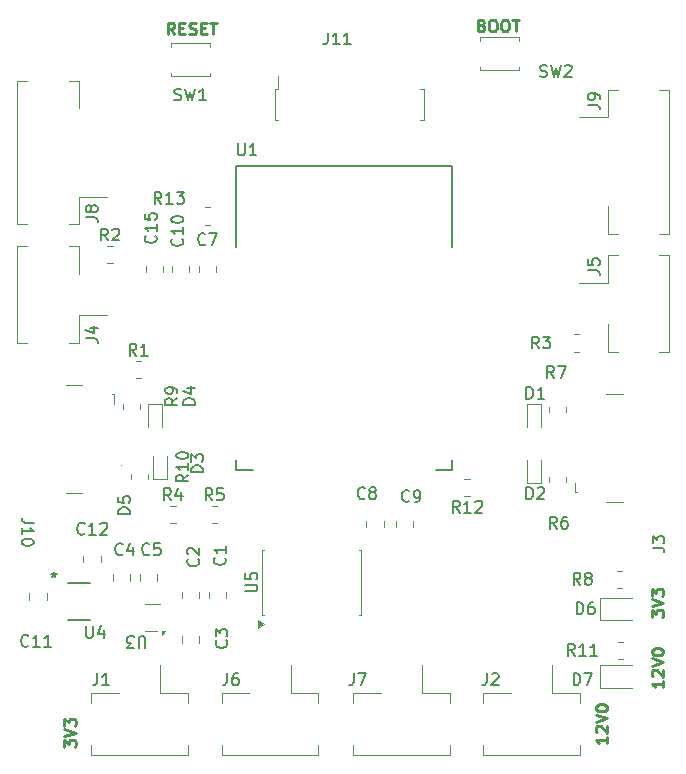
<source format=gbr>
%TF.GenerationSoftware,KiCad,Pcbnew,9.0.5*%
%TF.CreationDate,2025-10-28T16:25:52-07:00*%
%TF.ProjectId,Vine_Basestation_Cable_Reeling,56696e65-5f42-4617-9365-73746174696f,rev?*%
%TF.SameCoordinates,Original*%
%TF.FileFunction,Legend,Top*%
%TF.FilePolarity,Positive*%
%FSLAX46Y46*%
G04 Gerber Fmt 4.6, Leading zero omitted, Abs format (unit mm)*
G04 Created by KiCad (PCBNEW 9.0.5) date 2025-10-28 16:25:52*
%MOMM*%
%LPD*%
G01*
G04 APERTURE LIST*
%ADD10C,0.247650*%
%ADD11C,0.150000*%
%ADD12C,0.120000*%
%ADD13C,0.152400*%
%ADD14C,0.100000*%
G04 APERTURE END LIST*
D10*
X159615891Y-120082330D02*
X159615891Y-120648387D01*
X159615891Y-120365358D02*
X158625291Y-120365358D01*
X158625291Y-120365358D02*
X158766805Y-120459701D01*
X158766805Y-120459701D02*
X158861148Y-120554044D01*
X158861148Y-120554044D02*
X158908320Y-120648387D01*
X158719634Y-119704958D02*
X158672462Y-119657786D01*
X158672462Y-119657786D02*
X158625291Y-119563444D01*
X158625291Y-119563444D02*
X158625291Y-119327586D01*
X158625291Y-119327586D02*
X158672462Y-119233244D01*
X158672462Y-119233244D02*
X158719634Y-119186072D01*
X158719634Y-119186072D02*
X158813977Y-119138901D01*
X158813977Y-119138901D02*
X158908320Y-119138901D01*
X158908320Y-119138901D02*
X159049834Y-119186072D01*
X159049834Y-119186072D02*
X159615891Y-119752129D01*
X159615891Y-119752129D02*
X159615891Y-119138901D01*
X158625291Y-118855872D02*
X159615891Y-118525672D01*
X159615891Y-118525672D02*
X158625291Y-118195472D01*
X158625291Y-117676586D02*
X158625291Y-117582243D01*
X158625291Y-117582243D02*
X158672462Y-117487900D01*
X158672462Y-117487900D02*
X158719634Y-117440729D01*
X158719634Y-117440729D02*
X158813977Y-117393557D01*
X158813977Y-117393557D02*
X159002662Y-117346386D01*
X159002662Y-117346386D02*
X159238520Y-117346386D01*
X159238520Y-117346386D02*
X159427205Y-117393557D01*
X159427205Y-117393557D02*
X159521548Y-117440729D01*
X159521548Y-117440729D02*
X159568720Y-117487900D01*
X159568720Y-117487900D02*
X159615891Y-117582243D01*
X159615891Y-117582243D02*
X159615891Y-117676586D01*
X159615891Y-117676586D02*
X159568720Y-117770929D01*
X159568720Y-117770929D02*
X159521548Y-117818100D01*
X159521548Y-117818100D02*
X159427205Y-117865271D01*
X159427205Y-117865271D02*
X159238520Y-117912443D01*
X159238520Y-117912443D02*
X159002662Y-117912443D01*
X159002662Y-117912443D02*
X158813977Y-117865271D01*
X158813977Y-117865271D02*
X158719634Y-117818100D01*
X158719634Y-117818100D02*
X158672462Y-117770929D01*
X158672462Y-117770929D02*
X158625291Y-117676586D01*
X113625291Y-120945558D02*
X113625291Y-120332330D01*
X113625291Y-120332330D02*
X114002662Y-120662530D01*
X114002662Y-120662530D02*
X114002662Y-120521015D01*
X114002662Y-120521015D02*
X114049834Y-120426673D01*
X114049834Y-120426673D02*
X114097005Y-120379501D01*
X114097005Y-120379501D02*
X114191348Y-120332330D01*
X114191348Y-120332330D02*
X114427205Y-120332330D01*
X114427205Y-120332330D02*
X114521548Y-120379501D01*
X114521548Y-120379501D02*
X114568720Y-120426673D01*
X114568720Y-120426673D02*
X114615891Y-120521015D01*
X114615891Y-120521015D02*
X114615891Y-120804044D01*
X114615891Y-120804044D02*
X114568720Y-120898387D01*
X114568720Y-120898387D02*
X114521548Y-120945558D01*
X113625291Y-120049301D02*
X114615891Y-119719101D01*
X114615891Y-119719101D02*
X113625291Y-119388901D01*
X113625291Y-119153043D02*
X113625291Y-118539815D01*
X113625291Y-118539815D02*
X114002662Y-118870015D01*
X114002662Y-118870015D02*
X114002662Y-118728500D01*
X114002662Y-118728500D02*
X114049834Y-118634158D01*
X114049834Y-118634158D02*
X114097005Y-118586986D01*
X114097005Y-118586986D02*
X114191348Y-118539815D01*
X114191348Y-118539815D02*
X114427205Y-118539815D01*
X114427205Y-118539815D02*
X114521548Y-118586986D01*
X114521548Y-118586986D02*
X114568720Y-118634158D01*
X114568720Y-118634158D02*
X114615891Y-118728500D01*
X114615891Y-118728500D02*
X114615891Y-119011529D01*
X114615891Y-119011529D02*
X114568720Y-119105872D01*
X114568720Y-119105872D02*
X114521548Y-119153043D01*
X163375291Y-109945558D02*
X163375291Y-109332330D01*
X163375291Y-109332330D02*
X163752662Y-109662530D01*
X163752662Y-109662530D02*
X163752662Y-109521015D01*
X163752662Y-109521015D02*
X163799834Y-109426673D01*
X163799834Y-109426673D02*
X163847005Y-109379501D01*
X163847005Y-109379501D02*
X163941348Y-109332330D01*
X163941348Y-109332330D02*
X164177205Y-109332330D01*
X164177205Y-109332330D02*
X164271548Y-109379501D01*
X164271548Y-109379501D02*
X164318720Y-109426673D01*
X164318720Y-109426673D02*
X164365891Y-109521015D01*
X164365891Y-109521015D02*
X164365891Y-109804044D01*
X164365891Y-109804044D02*
X164318720Y-109898387D01*
X164318720Y-109898387D02*
X164271548Y-109945558D01*
X163375291Y-109049301D02*
X164365891Y-108719101D01*
X164365891Y-108719101D02*
X163375291Y-108388901D01*
X163375291Y-108153043D02*
X163375291Y-107539815D01*
X163375291Y-107539815D02*
X163752662Y-107870015D01*
X163752662Y-107870015D02*
X163752662Y-107728500D01*
X163752662Y-107728500D02*
X163799834Y-107634158D01*
X163799834Y-107634158D02*
X163847005Y-107586986D01*
X163847005Y-107586986D02*
X163941348Y-107539815D01*
X163941348Y-107539815D02*
X164177205Y-107539815D01*
X164177205Y-107539815D02*
X164271548Y-107586986D01*
X164271548Y-107586986D02*
X164318720Y-107634158D01*
X164318720Y-107634158D02*
X164365891Y-107728500D01*
X164365891Y-107728500D02*
X164365891Y-108011529D01*
X164365891Y-108011529D02*
X164318720Y-108105872D01*
X164318720Y-108105872D02*
X164271548Y-108153043D01*
X164365891Y-115332330D02*
X164365891Y-115898387D01*
X164365891Y-115615358D02*
X163375291Y-115615358D01*
X163375291Y-115615358D02*
X163516805Y-115709701D01*
X163516805Y-115709701D02*
X163611148Y-115804044D01*
X163611148Y-115804044D02*
X163658320Y-115898387D01*
X163469634Y-114954958D02*
X163422462Y-114907786D01*
X163422462Y-114907786D02*
X163375291Y-114813444D01*
X163375291Y-114813444D02*
X163375291Y-114577586D01*
X163375291Y-114577586D02*
X163422462Y-114483244D01*
X163422462Y-114483244D02*
X163469634Y-114436072D01*
X163469634Y-114436072D02*
X163563977Y-114388901D01*
X163563977Y-114388901D02*
X163658320Y-114388901D01*
X163658320Y-114388901D02*
X163799834Y-114436072D01*
X163799834Y-114436072D02*
X164365891Y-115002129D01*
X164365891Y-115002129D02*
X164365891Y-114388901D01*
X163375291Y-114105872D02*
X164365891Y-113775672D01*
X164365891Y-113775672D02*
X163375291Y-113445472D01*
X163375291Y-112926586D02*
X163375291Y-112832243D01*
X163375291Y-112832243D02*
X163422462Y-112737900D01*
X163422462Y-112737900D02*
X163469634Y-112690729D01*
X163469634Y-112690729D02*
X163563977Y-112643557D01*
X163563977Y-112643557D02*
X163752662Y-112596386D01*
X163752662Y-112596386D02*
X163988520Y-112596386D01*
X163988520Y-112596386D02*
X164177205Y-112643557D01*
X164177205Y-112643557D02*
X164271548Y-112690729D01*
X164271548Y-112690729D02*
X164318720Y-112737900D01*
X164318720Y-112737900D02*
X164365891Y-112832243D01*
X164365891Y-112832243D02*
X164365891Y-112926586D01*
X164365891Y-112926586D02*
X164318720Y-113020929D01*
X164318720Y-113020929D02*
X164271548Y-113068100D01*
X164271548Y-113068100D02*
X164177205Y-113115271D01*
X164177205Y-113115271D02*
X163988520Y-113162443D01*
X163988520Y-113162443D02*
X163752662Y-113162443D01*
X163752662Y-113162443D02*
X163563977Y-113115271D01*
X163563977Y-113115271D02*
X163469634Y-113068100D01*
X163469634Y-113068100D02*
X163422462Y-113020929D01*
X163422462Y-113020929D02*
X163375291Y-112926586D01*
X148978984Y-59847005D02*
X149120498Y-59894177D01*
X149120498Y-59894177D02*
X149167669Y-59941348D01*
X149167669Y-59941348D02*
X149214841Y-60035691D01*
X149214841Y-60035691D02*
X149214841Y-60177205D01*
X149214841Y-60177205D02*
X149167669Y-60271548D01*
X149167669Y-60271548D02*
X149120498Y-60318720D01*
X149120498Y-60318720D02*
X149026155Y-60365891D01*
X149026155Y-60365891D02*
X148648784Y-60365891D01*
X148648784Y-60365891D02*
X148648784Y-59375291D01*
X148648784Y-59375291D02*
X148978984Y-59375291D01*
X148978984Y-59375291D02*
X149073327Y-59422462D01*
X149073327Y-59422462D02*
X149120498Y-59469634D01*
X149120498Y-59469634D02*
X149167669Y-59563977D01*
X149167669Y-59563977D02*
X149167669Y-59658320D01*
X149167669Y-59658320D02*
X149120498Y-59752662D01*
X149120498Y-59752662D02*
X149073327Y-59799834D01*
X149073327Y-59799834D02*
X148978984Y-59847005D01*
X148978984Y-59847005D02*
X148648784Y-59847005D01*
X149828069Y-59375291D02*
X150016755Y-59375291D01*
X150016755Y-59375291D02*
X150111098Y-59422462D01*
X150111098Y-59422462D02*
X150205441Y-59516805D01*
X150205441Y-59516805D02*
X150252612Y-59705491D01*
X150252612Y-59705491D02*
X150252612Y-60035691D01*
X150252612Y-60035691D02*
X150205441Y-60224377D01*
X150205441Y-60224377D02*
X150111098Y-60318720D01*
X150111098Y-60318720D02*
X150016755Y-60365891D01*
X150016755Y-60365891D02*
X149828069Y-60365891D01*
X149828069Y-60365891D02*
X149733727Y-60318720D01*
X149733727Y-60318720D02*
X149639384Y-60224377D01*
X149639384Y-60224377D02*
X149592212Y-60035691D01*
X149592212Y-60035691D02*
X149592212Y-59705491D01*
X149592212Y-59705491D02*
X149639384Y-59516805D01*
X149639384Y-59516805D02*
X149733727Y-59422462D01*
X149733727Y-59422462D02*
X149828069Y-59375291D01*
X150865840Y-59375291D02*
X151054526Y-59375291D01*
X151054526Y-59375291D02*
X151148869Y-59422462D01*
X151148869Y-59422462D02*
X151243212Y-59516805D01*
X151243212Y-59516805D02*
X151290383Y-59705491D01*
X151290383Y-59705491D02*
X151290383Y-60035691D01*
X151290383Y-60035691D02*
X151243212Y-60224377D01*
X151243212Y-60224377D02*
X151148869Y-60318720D01*
X151148869Y-60318720D02*
X151054526Y-60365891D01*
X151054526Y-60365891D02*
X150865840Y-60365891D01*
X150865840Y-60365891D02*
X150771498Y-60318720D01*
X150771498Y-60318720D02*
X150677155Y-60224377D01*
X150677155Y-60224377D02*
X150629983Y-60035691D01*
X150629983Y-60035691D02*
X150629983Y-59705491D01*
X150629983Y-59705491D02*
X150677155Y-59516805D01*
X150677155Y-59516805D02*
X150771498Y-59422462D01*
X150771498Y-59422462D02*
X150865840Y-59375291D01*
X151573411Y-59375291D02*
X152139469Y-59375291D01*
X151856440Y-60365891D02*
X151856440Y-59375291D01*
X122964841Y-60615891D02*
X122634641Y-60144177D01*
X122398784Y-60615891D02*
X122398784Y-59625291D01*
X122398784Y-59625291D02*
X122776155Y-59625291D01*
X122776155Y-59625291D02*
X122870498Y-59672462D01*
X122870498Y-59672462D02*
X122917669Y-59719634D01*
X122917669Y-59719634D02*
X122964841Y-59813977D01*
X122964841Y-59813977D02*
X122964841Y-59955491D01*
X122964841Y-59955491D02*
X122917669Y-60049834D01*
X122917669Y-60049834D02*
X122870498Y-60097005D01*
X122870498Y-60097005D02*
X122776155Y-60144177D01*
X122776155Y-60144177D02*
X122398784Y-60144177D01*
X123389384Y-60097005D02*
X123719584Y-60097005D01*
X123861098Y-60615891D02*
X123389384Y-60615891D01*
X123389384Y-60615891D02*
X123389384Y-59625291D01*
X123389384Y-59625291D02*
X123861098Y-59625291D01*
X124238469Y-60568720D02*
X124379984Y-60615891D01*
X124379984Y-60615891D02*
X124615841Y-60615891D01*
X124615841Y-60615891D02*
X124710184Y-60568720D01*
X124710184Y-60568720D02*
X124757355Y-60521548D01*
X124757355Y-60521548D02*
X124804526Y-60427205D01*
X124804526Y-60427205D02*
X124804526Y-60332862D01*
X124804526Y-60332862D02*
X124757355Y-60238520D01*
X124757355Y-60238520D02*
X124710184Y-60191348D01*
X124710184Y-60191348D02*
X124615841Y-60144177D01*
X124615841Y-60144177D02*
X124427155Y-60097005D01*
X124427155Y-60097005D02*
X124332812Y-60049834D01*
X124332812Y-60049834D02*
X124285641Y-60002662D01*
X124285641Y-60002662D02*
X124238469Y-59908320D01*
X124238469Y-59908320D02*
X124238469Y-59813977D01*
X124238469Y-59813977D02*
X124285641Y-59719634D01*
X124285641Y-59719634D02*
X124332812Y-59672462D01*
X124332812Y-59672462D02*
X124427155Y-59625291D01*
X124427155Y-59625291D02*
X124663012Y-59625291D01*
X124663012Y-59625291D02*
X124804526Y-59672462D01*
X125229070Y-60097005D02*
X125559270Y-60097005D01*
X125700784Y-60615891D02*
X125229070Y-60615891D01*
X125229070Y-60615891D02*
X125229070Y-59625291D01*
X125229070Y-59625291D02*
X125700784Y-59625291D01*
X125983812Y-59625291D02*
X126549870Y-59625291D01*
X126266841Y-60615891D02*
X126266841Y-59625291D01*
D11*
X152761905Y-99954819D02*
X152761905Y-98954819D01*
X152761905Y-98954819D02*
X153000000Y-98954819D01*
X153000000Y-98954819D02*
X153142857Y-99002438D01*
X153142857Y-99002438D02*
X153238095Y-99097676D01*
X153238095Y-99097676D02*
X153285714Y-99192914D01*
X153285714Y-99192914D02*
X153333333Y-99383390D01*
X153333333Y-99383390D02*
X153333333Y-99526247D01*
X153333333Y-99526247D02*
X153285714Y-99716723D01*
X153285714Y-99716723D02*
X153238095Y-99811961D01*
X153238095Y-99811961D02*
X153142857Y-99907200D01*
X153142857Y-99907200D02*
X153000000Y-99954819D01*
X153000000Y-99954819D02*
X152761905Y-99954819D01*
X153714286Y-99050057D02*
X153761905Y-99002438D01*
X153761905Y-99002438D02*
X153857143Y-98954819D01*
X153857143Y-98954819D02*
X154095238Y-98954819D01*
X154095238Y-98954819D02*
X154190476Y-99002438D01*
X154190476Y-99002438D02*
X154238095Y-99050057D01*
X154238095Y-99050057D02*
X154285714Y-99145295D01*
X154285714Y-99145295D02*
X154285714Y-99240533D01*
X154285714Y-99240533D02*
X154238095Y-99383390D01*
X154238095Y-99383390D02*
X153666667Y-99954819D01*
X153666667Y-99954819D02*
X154285714Y-99954819D01*
X115357142Y-102859580D02*
X115309523Y-102907200D01*
X115309523Y-102907200D02*
X115166666Y-102954819D01*
X115166666Y-102954819D02*
X115071428Y-102954819D01*
X115071428Y-102954819D02*
X114928571Y-102907200D01*
X114928571Y-102907200D02*
X114833333Y-102811961D01*
X114833333Y-102811961D02*
X114785714Y-102716723D01*
X114785714Y-102716723D02*
X114738095Y-102526247D01*
X114738095Y-102526247D02*
X114738095Y-102383390D01*
X114738095Y-102383390D02*
X114785714Y-102192914D01*
X114785714Y-102192914D02*
X114833333Y-102097676D01*
X114833333Y-102097676D02*
X114928571Y-102002438D01*
X114928571Y-102002438D02*
X115071428Y-101954819D01*
X115071428Y-101954819D02*
X115166666Y-101954819D01*
X115166666Y-101954819D02*
X115309523Y-102002438D01*
X115309523Y-102002438D02*
X115357142Y-102050057D01*
X116309523Y-102954819D02*
X115738095Y-102954819D01*
X116023809Y-102954819D02*
X116023809Y-101954819D01*
X116023809Y-101954819D02*
X115928571Y-102097676D01*
X115928571Y-102097676D02*
X115833333Y-102192914D01*
X115833333Y-102192914D02*
X115738095Y-102240533D01*
X116690476Y-102050057D02*
X116738095Y-102002438D01*
X116738095Y-102002438D02*
X116833333Y-101954819D01*
X116833333Y-101954819D02*
X117071428Y-101954819D01*
X117071428Y-101954819D02*
X117166666Y-102002438D01*
X117166666Y-102002438D02*
X117214285Y-102050057D01*
X117214285Y-102050057D02*
X117261904Y-102145295D01*
X117261904Y-102145295D02*
X117261904Y-102240533D01*
X117261904Y-102240533D02*
X117214285Y-102383390D01*
X117214285Y-102383390D02*
X116642857Y-102954819D01*
X116642857Y-102954819D02*
X117261904Y-102954819D01*
X153833333Y-87204819D02*
X153500000Y-86728628D01*
X153261905Y-87204819D02*
X153261905Y-86204819D01*
X153261905Y-86204819D02*
X153642857Y-86204819D01*
X153642857Y-86204819D02*
X153738095Y-86252438D01*
X153738095Y-86252438D02*
X153785714Y-86300057D01*
X153785714Y-86300057D02*
X153833333Y-86395295D01*
X153833333Y-86395295D02*
X153833333Y-86538152D01*
X153833333Y-86538152D02*
X153785714Y-86633390D01*
X153785714Y-86633390D02*
X153738095Y-86681009D01*
X153738095Y-86681009D02*
X153642857Y-86728628D01*
X153642857Y-86728628D02*
X153261905Y-86728628D01*
X154166667Y-86204819D02*
X154785714Y-86204819D01*
X154785714Y-86204819D02*
X154452381Y-86585771D01*
X154452381Y-86585771D02*
X154595238Y-86585771D01*
X154595238Y-86585771D02*
X154690476Y-86633390D01*
X154690476Y-86633390D02*
X154738095Y-86681009D01*
X154738095Y-86681009D02*
X154785714Y-86776247D01*
X154785714Y-86776247D02*
X154785714Y-87014342D01*
X154785714Y-87014342D02*
X154738095Y-87109580D01*
X154738095Y-87109580D02*
X154690476Y-87157200D01*
X154690476Y-87157200D02*
X154595238Y-87204819D01*
X154595238Y-87204819D02*
X154309524Y-87204819D01*
X154309524Y-87204819D02*
X154214286Y-87157200D01*
X154214286Y-87157200D02*
X154166667Y-87109580D01*
X139083333Y-99859580D02*
X139035714Y-99907200D01*
X139035714Y-99907200D02*
X138892857Y-99954819D01*
X138892857Y-99954819D02*
X138797619Y-99954819D01*
X138797619Y-99954819D02*
X138654762Y-99907200D01*
X138654762Y-99907200D02*
X138559524Y-99811961D01*
X138559524Y-99811961D02*
X138511905Y-99716723D01*
X138511905Y-99716723D02*
X138464286Y-99526247D01*
X138464286Y-99526247D02*
X138464286Y-99383390D01*
X138464286Y-99383390D02*
X138511905Y-99192914D01*
X138511905Y-99192914D02*
X138559524Y-99097676D01*
X138559524Y-99097676D02*
X138654762Y-99002438D01*
X138654762Y-99002438D02*
X138797619Y-98954819D01*
X138797619Y-98954819D02*
X138892857Y-98954819D01*
X138892857Y-98954819D02*
X139035714Y-99002438D01*
X139035714Y-99002438D02*
X139083333Y-99050057D01*
X139654762Y-99383390D02*
X139559524Y-99335771D01*
X139559524Y-99335771D02*
X139511905Y-99288152D01*
X139511905Y-99288152D02*
X139464286Y-99192914D01*
X139464286Y-99192914D02*
X139464286Y-99145295D01*
X139464286Y-99145295D02*
X139511905Y-99050057D01*
X139511905Y-99050057D02*
X139559524Y-99002438D01*
X139559524Y-99002438D02*
X139654762Y-98954819D01*
X139654762Y-98954819D02*
X139845238Y-98954819D01*
X139845238Y-98954819D02*
X139940476Y-99002438D01*
X139940476Y-99002438D02*
X139988095Y-99050057D01*
X139988095Y-99050057D02*
X140035714Y-99145295D01*
X140035714Y-99145295D02*
X140035714Y-99192914D01*
X140035714Y-99192914D02*
X139988095Y-99288152D01*
X139988095Y-99288152D02*
X139940476Y-99335771D01*
X139940476Y-99335771D02*
X139845238Y-99383390D01*
X139845238Y-99383390D02*
X139654762Y-99383390D01*
X139654762Y-99383390D02*
X139559524Y-99431009D01*
X139559524Y-99431009D02*
X139511905Y-99478628D01*
X139511905Y-99478628D02*
X139464286Y-99573866D01*
X139464286Y-99573866D02*
X139464286Y-99764342D01*
X139464286Y-99764342D02*
X139511905Y-99859580D01*
X139511905Y-99859580D02*
X139559524Y-99907200D01*
X139559524Y-99907200D02*
X139654762Y-99954819D01*
X139654762Y-99954819D02*
X139845238Y-99954819D01*
X139845238Y-99954819D02*
X139940476Y-99907200D01*
X139940476Y-99907200D02*
X139988095Y-99859580D01*
X139988095Y-99859580D02*
X140035714Y-99764342D01*
X140035714Y-99764342D02*
X140035714Y-99573866D01*
X140035714Y-99573866D02*
X139988095Y-99478628D01*
X139988095Y-99478628D02*
X139940476Y-99431009D01*
X139940476Y-99431009D02*
X139845238Y-99383390D01*
X123204819Y-91416666D02*
X122728628Y-91749999D01*
X123204819Y-91988094D02*
X122204819Y-91988094D01*
X122204819Y-91988094D02*
X122204819Y-91607142D01*
X122204819Y-91607142D02*
X122252438Y-91511904D01*
X122252438Y-91511904D02*
X122300057Y-91464285D01*
X122300057Y-91464285D02*
X122395295Y-91416666D01*
X122395295Y-91416666D02*
X122538152Y-91416666D01*
X122538152Y-91416666D02*
X122633390Y-91464285D01*
X122633390Y-91464285D02*
X122681009Y-91511904D01*
X122681009Y-91511904D02*
X122728628Y-91607142D01*
X122728628Y-91607142D02*
X122728628Y-91988094D01*
X123204819Y-90940475D02*
X123204819Y-90749999D01*
X123204819Y-90749999D02*
X123157200Y-90654761D01*
X123157200Y-90654761D02*
X123109580Y-90607142D01*
X123109580Y-90607142D02*
X122966723Y-90511904D01*
X122966723Y-90511904D02*
X122776247Y-90464285D01*
X122776247Y-90464285D02*
X122395295Y-90464285D01*
X122395295Y-90464285D02*
X122300057Y-90511904D01*
X122300057Y-90511904D02*
X122252438Y-90559523D01*
X122252438Y-90559523D02*
X122204819Y-90654761D01*
X122204819Y-90654761D02*
X122204819Y-90845237D01*
X122204819Y-90845237D02*
X122252438Y-90940475D01*
X122252438Y-90940475D02*
X122300057Y-90988094D01*
X122300057Y-90988094D02*
X122395295Y-91035713D01*
X122395295Y-91035713D02*
X122633390Y-91035713D01*
X122633390Y-91035713D02*
X122728628Y-90988094D01*
X122728628Y-90988094D02*
X122776247Y-90940475D01*
X122776247Y-90940475D02*
X122823866Y-90845237D01*
X122823866Y-90845237D02*
X122823866Y-90654761D01*
X122823866Y-90654761D02*
X122776247Y-90559523D01*
X122776247Y-90559523D02*
X122728628Y-90511904D01*
X122728628Y-90511904D02*
X122633390Y-90464285D01*
X126170833Y-100054819D02*
X125837500Y-99578628D01*
X125599405Y-100054819D02*
X125599405Y-99054819D01*
X125599405Y-99054819D02*
X125980357Y-99054819D01*
X125980357Y-99054819D02*
X126075595Y-99102438D01*
X126075595Y-99102438D02*
X126123214Y-99150057D01*
X126123214Y-99150057D02*
X126170833Y-99245295D01*
X126170833Y-99245295D02*
X126170833Y-99388152D01*
X126170833Y-99388152D02*
X126123214Y-99483390D01*
X126123214Y-99483390D02*
X126075595Y-99531009D01*
X126075595Y-99531009D02*
X125980357Y-99578628D01*
X125980357Y-99578628D02*
X125599405Y-99578628D01*
X127075595Y-99054819D02*
X126599405Y-99054819D01*
X126599405Y-99054819D02*
X126551786Y-99531009D01*
X126551786Y-99531009D02*
X126599405Y-99483390D01*
X126599405Y-99483390D02*
X126694643Y-99435771D01*
X126694643Y-99435771D02*
X126932738Y-99435771D01*
X126932738Y-99435771D02*
X127027976Y-99483390D01*
X127027976Y-99483390D02*
X127075595Y-99531009D01*
X127075595Y-99531009D02*
X127123214Y-99626247D01*
X127123214Y-99626247D02*
X127123214Y-99864342D01*
X127123214Y-99864342D02*
X127075595Y-99959580D01*
X127075595Y-99959580D02*
X127027976Y-100007200D01*
X127027976Y-100007200D02*
X126932738Y-100054819D01*
X126932738Y-100054819D02*
X126694643Y-100054819D01*
X126694643Y-100054819D02*
X126599405Y-100007200D01*
X126599405Y-100007200D02*
X126551786Y-99959580D01*
X115488095Y-110704819D02*
X115488095Y-111514342D01*
X115488095Y-111514342D02*
X115535714Y-111609580D01*
X115535714Y-111609580D02*
X115583333Y-111657200D01*
X115583333Y-111657200D02*
X115678571Y-111704819D01*
X115678571Y-111704819D02*
X115869047Y-111704819D01*
X115869047Y-111704819D02*
X115964285Y-111657200D01*
X115964285Y-111657200D02*
X116011904Y-111609580D01*
X116011904Y-111609580D02*
X116059523Y-111514342D01*
X116059523Y-111514342D02*
X116059523Y-110704819D01*
X116964285Y-111038152D02*
X116964285Y-111704819D01*
X116726190Y-110657200D02*
X116488095Y-111371485D01*
X116488095Y-111371485D02*
X117107142Y-111371485D01*
X112750000Y-106154817D02*
X112750000Y-106392912D01*
X112511905Y-106297674D02*
X112750000Y-106392912D01*
X112750000Y-106392912D02*
X112988095Y-106297674D01*
X112607143Y-106583388D02*
X112750000Y-106392912D01*
X112750000Y-106392912D02*
X112892857Y-106583388D01*
X123609580Y-77892857D02*
X123657200Y-77940476D01*
X123657200Y-77940476D02*
X123704819Y-78083333D01*
X123704819Y-78083333D02*
X123704819Y-78178571D01*
X123704819Y-78178571D02*
X123657200Y-78321428D01*
X123657200Y-78321428D02*
X123561961Y-78416666D01*
X123561961Y-78416666D02*
X123466723Y-78464285D01*
X123466723Y-78464285D02*
X123276247Y-78511904D01*
X123276247Y-78511904D02*
X123133390Y-78511904D01*
X123133390Y-78511904D02*
X122942914Y-78464285D01*
X122942914Y-78464285D02*
X122847676Y-78416666D01*
X122847676Y-78416666D02*
X122752438Y-78321428D01*
X122752438Y-78321428D02*
X122704819Y-78178571D01*
X122704819Y-78178571D02*
X122704819Y-78083333D01*
X122704819Y-78083333D02*
X122752438Y-77940476D01*
X122752438Y-77940476D02*
X122800057Y-77892857D01*
X123704819Y-76940476D02*
X123704819Y-77511904D01*
X123704819Y-77226190D02*
X122704819Y-77226190D01*
X122704819Y-77226190D02*
X122847676Y-77321428D01*
X122847676Y-77321428D02*
X122942914Y-77416666D01*
X122942914Y-77416666D02*
X122990533Y-77511904D01*
X122704819Y-76321428D02*
X122704819Y-76226190D01*
X122704819Y-76226190D02*
X122752438Y-76130952D01*
X122752438Y-76130952D02*
X122800057Y-76083333D01*
X122800057Y-76083333D02*
X122895295Y-76035714D01*
X122895295Y-76035714D02*
X123085771Y-75988095D01*
X123085771Y-75988095D02*
X123323866Y-75988095D01*
X123323866Y-75988095D02*
X123514342Y-76035714D01*
X123514342Y-76035714D02*
X123609580Y-76083333D01*
X123609580Y-76083333D02*
X123657200Y-76130952D01*
X123657200Y-76130952D02*
X123704819Y-76226190D01*
X123704819Y-76226190D02*
X123704819Y-76321428D01*
X123704819Y-76321428D02*
X123657200Y-76416666D01*
X123657200Y-76416666D02*
X123609580Y-76464285D01*
X123609580Y-76464285D02*
X123514342Y-76511904D01*
X123514342Y-76511904D02*
X123323866Y-76559523D01*
X123323866Y-76559523D02*
X123085771Y-76559523D01*
X123085771Y-76559523D02*
X122895295Y-76511904D01*
X122895295Y-76511904D02*
X122800057Y-76464285D01*
X122800057Y-76464285D02*
X122752438Y-76416666D01*
X122752438Y-76416666D02*
X122704819Y-76321428D01*
X120833333Y-104609580D02*
X120785714Y-104657200D01*
X120785714Y-104657200D02*
X120642857Y-104704819D01*
X120642857Y-104704819D02*
X120547619Y-104704819D01*
X120547619Y-104704819D02*
X120404762Y-104657200D01*
X120404762Y-104657200D02*
X120309524Y-104561961D01*
X120309524Y-104561961D02*
X120261905Y-104466723D01*
X120261905Y-104466723D02*
X120214286Y-104276247D01*
X120214286Y-104276247D02*
X120214286Y-104133390D01*
X120214286Y-104133390D02*
X120261905Y-103942914D01*
X120261905Y-103942914D02*
X120309524Y-103847676D01*
X120309524Y-103847676D02*
X120404762Y-103752438D01*
X120404762Y-103752438D02*
X120547619Y-103704819D01*
X120547619Y-103704819D02*
X120642857Y-103704819D01*
X120642857Y-103704819D02*
X120785714Y-103752438D01*
X120785714Y-103752438D02*
X120833333Y-103800057D01*
X121738095Y-103704819D02*
X121261905Y-103704819D01*
X121261905Y-103704819D02*
X121214286Y-104181009D01*
X121214286Y-104181009D02*
X121261905Y-104133390D01*
X121261905Y-104133390D02*
X121357143Y-104085771D01*
X121357143Y-104085771D02*
X121595238Y-104085771D01*
X121595238Y-104085771D02*
X121690476Y-104133390D01*
X121690476Y-104133390D02*
X121738095Y-104181009D01*
X121738095Y-104181009D02*
X121785714Y-104276247D01*
X121785714Y-104276247D02*
X121785714Y-104514342D01*
X121785714Y-104514342D02*
X121738095Y-104609580D01*
X121738095Y-104609580D02*
X121690476Y-104657200D01*
X121690476Y-104657200D02*
X121595238Y-104704819D01*
X121595238Y-104704819D02*
X121357143Y-104704819D01*
X121357143Y-104704819D02*
X121261905Y-104657200D01*
X121261905Y-104657200D02*
X121214286Y-104609580D01*
X124129819Y-97892857D02*
X123653628Y-98226190D01*
X124129819Y-98464285D02*
X123129819Y-98464285D01*
X123129819Y-98464285D02*
X123129819Y-98083333D01*
X123129819Y-98083333D02*
X123177438Y-97988095D01*
X123177438Y-97988095D02*
X123225057Y-97940476D01*
X123225057Y-97940476D02*
X123320295Y-97892857D01*
X123320295Y-97892857D02*
X123463152Y-97892857D01*
X123463152Y-97892857D02*
X123558390Y-97940476D01*
X123558390Y-97940476D02*
X123606009Y-97988095D01*
X123606009Y-97988095D02*
X123653628Y-98083333D01*
X123653628Y-98083333D02*
X123653628Y-98464285D01*
X124129819Y-96940476D02*
X124129819Y-97511904D01*
X124129819Y-97226190D02*
X123129819Y-97226190D01*
X123129819Y-97226190D02*
X123272676Y-97321428D01*
X123272676Y-97321428D02*
X123367914Y-97416666D01*
X123367914Y-97416666D02*
X123415533Y-97511904D01*
X123129819Y-96321428D02*
X123129819Y-96226190D01*
X123129819Y-96226190D02*
X123177438Y-96130952D01*
X123177438Y-96130952D02*
X123225057Y-96083333D01*
X123225057Y-96083333D02*
X123320295Y-96035714D01*
X123320295Y-96035714D02*
X123510771Y-95988095D01*
X123510771Y-95988095D02*
X123748866Y-95988095D01*
X123748866Y-95988095D02*
X123939342Y-96035714D01*
X123939342Y-96035714D02*
X124034580Y-96083333D01*
X124034580Y-96083333D02*
X124082200Y-96130952D01*
X124082200Y-96130952D02*
X124129819Y-96226190D01*
X124129819Y-96226190D02*
X124129819Y-96321428D01*
X124129819Y-96321428D02*
X124082200Y-96416666D01*
X124082200Y-96416666D02*
X124034580Y-96464285D01*
X124034580Y-96464285D02*
X123939342Y-96511904D01*
X123939342Y-96511904D02*
X123748866Y-96559523D01*
X123748866Y-96559523D02*
X123510771Y-96559523D01*
X123510771Y-96559523D02*
X123320295Y-96511904D01*
X123320295Y-96511904D02*
X123225057Y-96464285D01*
X123225057Y-96464285D02*
X123177438Y-96416666D01*
X123177438Y-96416666D02*
X123129819Y-96321428D01*
X124704819Y-91988094D02*
X123704819Y-91988094D01*
X123704819Y-91988094D02*
X123704819Y-91749999D01*
X123704819Y-91749999D02*
X123752438Y-91607142D01*
X123752438Y-91607142D02*
X123847676Y-91511904D01*
X123847676Y-91511904D02*
X123942914Y-91464285D01*
X123942914Y-91464285D02*
X124133390Y-91416666D01*
X124133390Y-91416666D02*
X124276247Y-91416666D01*
X124276247Y-91416666D02*
X124466723Y-91464285D01*
X124466723Y-91464285D02*
X124561961Y-91511904D01*
X124561961Y-91511904D02*
X124657200Y-91607142D01*
X124657200Y-91607142D02*
X124704819Y-91749999D01*
X124704819Y-91749999D02*
X124704819Y-91988094D01*
X124038152Y-90559523D02*
X124704819Y-90559523D01*
X123657200Y-90797618D02*
X124371485Y-91035713D01*
X124371485Y-91035713D02*
X124371485Y-90416666D01*
X156761905Y-115704819D02*
X156761905Y-114704819D01*
X156761905Y-114704819D02*
X157000000Y-114704819D01*
X157000000Y-114704819D02*
X157142857Y-114752438D01*
X157142857Y-114752438D02*
X157238095Y-114847676D01*
X157238095Y-114847676D02*
X157285714Y-114942914D01*
X157285714Y-114942914D02*
X157333333Y-115133390D01*
X157333333Y-115133390D02*
X157333333Y-115276247D01*
X157333333Y-115276247D02*
X157285714Y-115466723D01*
X157285714Y-115466723D02*
X157238095Y-115561961D01*
X157238095Y-115561961D02*
X157142857Y-115657200D01*
X157142857Y-115657200D02*
X157000000Y-115704819D01*
X157000000Y-115704819D02*
X156761905Y-115704819D01*
X157666667Y-114704819D02*
X158333333Y-114704819D01*
X158333333Y-114704819D02*
X157904762Y-115704819D01*
X125583333Y-78359580D02*
X125535714Y-78407200D01*
X125535714Y-78407200D02*
X125392857Y-78454819D01*
X125392857Y-78454819D02*
X125297619Y-78454819D01*
X125297619Y-78454819D02*
X125154762Y-78407200D01*
X125154762Y-78407200D02*
X125059524Y-78311961D01*
X125059524Y-78311961D02*
X125011905Y-78216723D01*
X125011905Y-78216723D02*
X124964286Y-78026247D01*
X124964286Y-78026247D02*
X124964286Y-77883390D01*
X124964286Y-77883390D02*
X125011905Y-77692914D01*
X125011905Y-77692914D02*
X125059524Y-77597676D01*
X125059524Y-77597676D02*
X125154762Y-77502438D01*
X125154762Y-77502438D02*
X125297619Y-77454819D01*
X125297619Y-77454819D02*
X125392857Y-77454819D01*
X125392857Y-77454819D02*
X125535714Y-77502438D01*
X125535714Y-77502438D02*
X125583333Y-77550057D01*
X125916667Y-77454819D02*
X126583333Y-77454819D01*
X126583333Y-77454819D02*
X126154762Y-78454819D01*
X116416666Y-114704819D02*
X116416666Y-115419104D01*
X116416666Y-115419104D02*
X116369047Y-115561961D01*
X116369047Y-115561961D02*
X116273809Y-115657200D01*
X116273809Y-115657200D02*
X116130952Y-115704819D01*
X116130952Y-115704819D02*
X116035714Y-115704819D01*
X117416666Y-115704819D02*
X116845238Y-115704819D01*
X117130952Y-115704819D02*
X117130952Y-114704819D01*
X117130952Y-114704819D02*
X117035714Y-114847676D01*
X117035714Y-114847676D02*
X116940476Y-114942914D01*
X116940476Y-114942914D02*
X116845238Y-114990533D01*
X149416666Y-114704819D02*
X149416666Y-115419104D01*
X149416666Y-115419104D02*
X149369047Y-115561961D01*
X149369047Y-115561961D02*
X149273809Y-115657200D01*
X149273809Y-115657200D02*
X149130952Y-115704819D01*
X149130952Y-115704819D02*
X149035714Y-115704819D01*
X149845238Y-114800057D02*
X149892857Y-114752438D01*
X149892857Y-114752438D02*
X149988095Y-114704819D01*
X149988095Y-114704819D02*
X150226190Y-114704819D01*
X150226190Y-114704819D02*
X150321428Y-114752438D01*
X150321428Y-114752438D02*
X150369047Y-114800057D01*
X150369047Y-114800057D02*
X150416666Y-114895295D01*
X150416666Y-114895295D02*
X150416666Y-114990533D01*
X150416666Y-114990533D02*
X150369047Y-115133390D01*
X150369047Y-115133390D02*
X149797619Y-115704819D01*
X149797619Y-115704819D02*
X150416666Y-115704819D01*
X117333333Y-78054819D02*
X117000000Y-77578628D01*
X116761905Y-78054819D02*
X116761905Y-77054819D01*
X116761905Y-77054819D02*
X117142857Y-77054819D01*
X117142857Y-77054819D02*
X117238095Y-77102438D01*
X117238095Y-77102438D02*
X117285714Y-77150057D01*
X117285714Y-77150057D02*
X117333333Y-77245295D01*
X117333333Y-77245295D02*
X117333333Y-77388152D01*
X117333333Y-77388152D02*
X117285714Y-77483390D01*
X117285714Y-77483390D02*
X117238095Y-77531009D01*
X117238095Y-77531009D02*
X117142857Y-77578628D01*
X117142857Y-77578628D02*
X116761905Y-77578628D01*
X117714286Y-77150057D02*
X117761905Y-77102438D01*
X117761905Y-77102438D02*
X117857143Y-77054819D01*
X117857143Y-77054819D02*
X118095238Y-77054819D01*
X118095238Y-77054819D02*
X118190476Y-77102438D01*
X118190476Y-77102438D02*
X118238095Y-77150057D01*
X118238095Y-77150057D02*
X118285714Y-77245295D01*
X118285714Y-77245295D02*
X118285714Y-77340533D01*
X118285714Y-77340533D02*
X118238095Y-77483390D01*
X118238095Y-77483390D02*
X117666667Y-78054819D01*
X117666667Y-78054819D02*
X118285714Y-78054819D01*
X157011905Y-109704819D02*
X157011905Y-108704819D01*
X157011905Y-108704819D02*
X157250000Y-108704819D01*
X157250000Y-108704819D02*
X157392857Y-108752438D01*
X157392857Y-108752438D02*
X157488095Y-108847676D01*
X157488095Y-108847676D02*
X157535714Y-108942914D01*
X157535714Y-108942914D02*
X157583333Y-109133390D01*
X157583333Y-109133390D02*
X157583333Y-109276247D01*
X157583333Y-109276247D02*
X157535714Y-109466723D01*
X157535714Y-109466723D02*
X157488095Y-109561961D01*
X157488095Y-109561961D02*
X157392857Y-109657200D01*
X157392857Y-109657200D02*
X157250000Y-109704819D01*
X157250000Y-109704819D02*
X157011905Y-109704819D01*
X158440476Y-108704819D02*
X158250000Y-108704819D01*
X158250000Y-108704819D02*
X158154762Y-108752438D01*
X158154762Y-108752438D02*
X158107143Y-108800057D01*
X158107143Y-108800057D02*
X158011905Y-108942914D01*
X158011905Y-108942914D02*
X157964286Y-109133390D01*
X157964286Y-109133390D02*
X157964286Y-109514342D01*
X157964286Y-109514342D02*
X158011905Y-109609580D01*
X158011905Y-109609580D02*
X158059524Y-109657200D01*
X158059524Y-109657200D02*
X158154762Y-109704819D01*
X158154762Y-109704819D02*
X158345238Y-109704819D01*
X158345238Y-109704819D02*
X158440476Y-109657200D01*
X158440476Y-109657200D02*
X158488095Y-109609580D01*
X158488095Y-109609580D02*
X158535714Y-109514342D01*
X158535714Y-109514342D02*
X158535714Y-109276247D01*
X158535714Y-109276247D02*
X158488095Y-109181009D01*
X158488095Y-109181009D02*
X158440476Y-109133390D01*
X158440476Y-109133390D02*
X158345238Y-109085771D01*
X158345238Y-109085771D02*
X158154762Y-109085771D01*
X158154762Y-109085771D02*
X158059524Y-109133390D01*
X158059524Y-109133390D02*
X158011905Y-109181009D01*
X158011905Y-109181009D02*
X157964286Y-109276247D01*
X135940476Y-60454819D02*
X135940476Y-61169104D01*
X135940476Y-61169104D02*
X135892857Y-61311961D01*
X135892857Y-61311961D02*
X135797619Y-61407200D01*
X135797619Y-61407200D02*
X135654762Y-61454819D01*
X135654762Y-61454819D02*
X135559524Y-61454819D01*
X136940476Y-61454819D02*
X136369048Y-61454819D01*
X136654762Y-61454819D02*
X136654762Y-60454819D01*
X136654762Y-60454819D02*
X136559524Y-60597676D01*
X136559524Y-60597676D02*
X136464286Y-60692914D01*
X136464286Y-60692914D02*
X136369048Y-60740533D01*
X137892857Y-61454819D02*
X137321429Y-61454819D01*
X137607143Y-61454819D02*
X137607143Y-60454819D01*
X137607143Y-60454819D02*
X137511905Y-60597676D01*
X137511905Y-60597676D02*
X137416667Y-60692914D01*
X137416667Y-60692914D02*
X137321429Y-60740533D01*
X147107142Y-101104819D02*
X146773809Y-100628628D01*
X146535714Y-101104819D02*
X146535714Y-100104819D01*
X146535714Y-100104819D02*
X146916666Y-100104819D01*
X146916666Y-100104819D02*
X147011904Y-100152438D01*
X147011904Y-100152438D02*
X147059523Y-100200057D01*
X147059523Y-100200057D02*
X147107142Y-100295295D01*
X147107142Y-100295295D02*
X147107142Y-100438152D01*
X147107142Y-100438152D02*
X147059523Y-100533390D01*
X147059523Y-100533390D02*
X147011904Y-100581009D01*
X147011904Y-100581009D02*
X146916666Y-100628628D01*
X146916666Y-100628628D02*
X146535714Y-100628628D01*
X148059523Y-101104819D02*
X147488095Y-101104819D01*
X147773809Y-101104819D02*
X147773809Y-100104819D01*
X147773809Y-100104819D02*
X147678571Y-100247676D01*
X147678571Y-100247676D02*
X147583333Y-100342914D01*
X147583333Y-100342914D02*
X147488095Y-100390533D01*
X148440476Y-100200057D02*
X148488095Y-100152438D01*
X148488095Y-100152438D02*
X148583333Y-100104819D01*
X148583333Y-100104819D02*
X148821428Y-100104819D01*
X148821428Y-100104819D02*
X148916666Y-100152438D01*
X148916666Y-100152438D02*
X148964285Y-100200057D01*
X148964285Y-100200057D02*
X149011904Y-100295295D01*
X149011904Y-100295295D02*
X149011904Y-100390533D01*
X149011904Y-100390533D02*
X148964285Y-100533390D01*
X148964285Y-100533390D02*
X148392857Y-101104819D01*
X148392857Y-101104819D02*
X149011904Y-101104819D01*
X155333333Y-102454819D02*
X155000000Y-101978628D01*
X154761905Y-102454819D02*
X154761905Y-101454819D01*
X154761905Y-101454819D02*
X155142857Y-101454819D01*
X155142857Y-101454819D02*
X155238095Y-101502438D01*
X155238095Y-101502438D02*
X155285714Y-101550057D01*
X155285714Y-101550057D02*
X155333333Y-101645295D01*
X155333333Y-101645295D02*
X155333333Y-101788152D01*
X155333333Y-101788152D02*
X155285714Y-101883390D01*
X155285714Y-101883390D02*
X155238095Y-101931009D01*
X155238095Y-101931009D02*
X155142857Y-101978628D01*
X155142857Y-101978628D02*
X154761905Y-101978628D01*
X156190476Y-101454819D02*
X156000000Y-101454819D01*
X156000000Y-101454819D02*
X155904762Y-101502438D01*
X155904762Y-101502438D02*
X155857143Y-101550057D01*
X155857143Y-101550057D02*
X155761905Y-101692914D01*
X155761905Y-101692914D02*
X155714286Y-101883390D01*
X155714286Y-101883390D02*
X155714286Y-102264342D01*
X155714286Y-102264342D02*
X155761905Y-102359580D01*
X155761905Y-102359580D02*
X155809524Y-102407200D01*
X155809524Y-102407200D02*
X155904762Y-102454819D01*
X155904762Y-102454819D02*
X156095238Y-102454819D01*
X156095238Y-102454819D02*
X156190476Y-102407200D01*
X156190476Y-102407200D02*
X156238095Y-102359580D01*
X156238095Y-102359580D02*
X156285714Y-102264342D01*
X156285714Y-102264342D02*
X156285714Y-102026247D01*
X156285714Y-102026247D02*
X156238095Y-101931009D01*
X156238095Y-101931009D02*
X156190476Y-101883390D01*
X156190476Y-101883390D02*
X156095238Y-101835771D01*
X156095238Y-101835771D02*
X155904762Y-101835771D01*
X155904762Y-101835771D02*
X155809524Y-101883390D01*
X155809524Y-101883390D02*
X155761905Y-101931009D01*
X155761905Y-101931009D02*
X155714286Y-102026247D01*
X152761905Y-91454819D02*
X152761905Y-90454819D01*
X152761905Y-90454819D02*
X153000000Y-90454819D01*
X153000000Y-90454819D02*
X153142857Y-90502438D01*
X153142857Y-90502438D02*
X153238095Y-90597676D01*
X153238095Y-90597676D02*
X153285714Y-90692914D01*
X153285714Y-90692914D02*
X153333333Y-90883390D01*
X153333333Y-90883390D02*
X153333333Y-91026247D01*
X153333333Y-91026247D02*
X153285714Y-91216723D01*
X153285714Y-91216723D02*
X153238095Y-91311961D01*
X153238095Y-91311961D02*
X153142857Y-91407200D01*
X153142857Y-91407200D02*
X153000000Y-91454819D01*
X153000000Y-91454819D02*
X152761905Y-91454819D01*
X154285714Y-91454819D02*
X153714286Y-91454819D01*
X154000000Y-91454819D02*
X154000000Y-90454819D01*
X154000000Y-90454819D02*
X153904762Y-90597676D01*
X153904762Y-90597676D02*
X153809524Y-90692914D01*
X153809524Y-90692914D02*
X153714286Y-90740533D01*
X122670833Y-100054819D02*
X122337500Y-99578628D01*
X122099405Y-100054819D02*
X122099405Y-99054819D01*
X122099405Y-99054819D02*
X122480357Y-99054819D01*
X122480357Y-99054819D02*
X122575595Y-99102438D01*
X122575595Y-99102438D02*
X122623214Y-99150057D01*
X122623214Y-99150057D02*
X122670833Y-99245295D01*
X122670833Y-99245295D02*
X122670833Y-99388152D01*
X122670833Y-99388152D02*
X122623214Y-99483390D01*
X122623214Y-99483390D02*
X122575595Y-99531009D01*
X122575595Y-99531009D02*
X122480357Y-99578628D01*
X122480357Y-99578628D02*
X122099405Y-99578628D01*
X123527976Y-99388152D02*
X123527976Y-100054819D01*
X123289881Y-99007200D02*
X123051786Y-99721485D01*
X123051786Y-99721485D02*
X123670833Y-99721485D01*
X128979819Y-107761904D02*
X129789342Y-107761904D01*
X129789342Y-107761904D02*
X129884580Y-107714285D01*
X129884580Y-107714285D02*
X129932200Y-107666666D01*
X129932200Y-107666666D02*
X129979819Y-107571428D01*
X129979819Y-107571428D02*
X129979819Y-107380952D01*
X129979819Y-107380952D02*
X129932200Y-107285714D01*
X129932200Y-107285714D02*
X129884580Y-107238095D01*
X129884580Y-107238095D02*
X129789342Y-107190476D01*
X129789342Y-107190476D02*
X128979819Y-107190476D01*
X128979819Y-106238095D02*
X128979819Y-106714285D01*
X128979819Y-106714285D02*
X129456009Y-106761904D01*
X129456009Y-106761904D02*
X129408390Y-106714285D01*
X129408390Y-106714285D02*
X129360771Y-106619047D01*
X129360771Y-106619047D02*
X129360771Y-106380952D01*
X129360771Y-106380952D02*
X129408390Y-106285714D01*
X129408390Y-106285714D02*
X129456009Y-106238095D01*
X129456009Y-106238095D02*
X129551247Y-106190476D01*
X129551247Y-106190476D02*
X129789342Y-106190476D01*
X129789342Y-106190476D02*
X129884580Y-106238095D01*
X129884580Y-106238095D02*
X129932200Y-106285714D01*
X129932200Y-106285714D02*
X129979819Y-106380952D01*
X129979819Y-106380952D02*
X129979819Y-106619047D01*
X129979819Y-106619047D02*
X129932200Y-106714285D01*
X129932200Y-106714285D02*
X129884580Y-106761904D01*
X157333333Y-107204819D02*
X157000000Y-106728628D01*
X156761905Y-107204819D02*
X156761905Y-106204819D01*
X156761905Y-106204819D02*
X157142857Y-106204819D01*
X157142857Y-106204819D02*
X157238095Y-106252438D01*
X157238095Y-106252438D02*
X157285714Y-106300057D01*
X157285714Y-106300057D02*
X157333333Y-106395295D01*
X157333333Y-106395295D02*
X157333333Y-106538152D01*
X157333333Y-106538152D02*
X157285714Y-106633390D01*
X157285714Y-106633390D02*
X157238095Y-106681009D01*
X157238095Y-106681009D02*
X157142857Y-106728628D01*
X157142857Y-106728628D02*
X156761905Y-106728628D01*
X157904762Y-106633390D02*
X157809524Y-106585771D01*
X157809524Y-106585771D02*
X157761905Y-106538152D01*
X157761905Y-106538152D02*
X157714286Y-106442914D01*
X157714286Y-106442914D02*
X157714286Y-106395295D01*
X157714286Y-106395295D02*
X157761905Y-106300057D01*
X157761905Y-106300057D02*
X157809524Y-106252438D01*
X157809524Y-106252438D02*
X157904762Y-106204819D01*
X157904762Y-106204819D02*
X158095238Y-106204819D01*
X158095238Y-106204819D02*
X158190476Y-106252438D01*
X158190476Y-106252438D02*
X158238095Y-106300057D01*
X158238095Y-106300057D02*
X158285714Y-106395295D01*
X158285714Y-106395295D02*
X158285714Y-106442914D01*
X158285714Y-106442914D02*
X158238095Y-106538152D01*
X158238095Y-106538152D02*
X158190476Y-106585771D01*
X158190476Y-106585771D02*
X158095238Y-106633390D01*
X158095238Y-106633390D02*
X157904762Y-106633390D01*
X157904762Y-106633390D02*
X157809524Y-106681009D01*
X157809524Y-106681009D02*
X157761905Y-106728628D01*
X157761905Y-106728628D02*
X157714286Y-106823866D01*
X157714286Y-106823866D02*
X157714286Y-107014342D01*
X157714286Y-107014342D02*
X157761905Y-107109580D01*
X157761905Y-107109580D02*
X157809524Y-107157200D01*
X157809524Y-107157200D02*
X157904762Y-107204819D01*
X157904762Y-107204819D02*
X158095238Y-107204819D01*
X158095238Y-107204819D02*
X158190476Y-107157200D01*
X158190476Y-107157200D02*
X158238095Y-107109580D01*
X158238095Y-107109580D02*
X158285714Y-107014342D01*
X158285714Y-107014342D02*
X158285714Y-106823866D01*
X158285714Y-106823866D02*
X158238095Y-106728628D01*
X158238095Y-106728628D02*
X158190476Y-106681009D01*
X158190476Y-106681009D02*
X158095238Y-106633390D01*
X119204819Y-101238094D02*
X118204819Y-101238094D01*
X118204819Y-101238094D02*
X118204819Y-100999999D01*
X118204819Y-100999999D02*
X118252438Y-100857142D01*
X118252438Y-100857142D02*
X118347676Y-100761904D01*
X118347676Y-100761904D02*
X118442914Y-100714285D01*
X118442914Y-100714285D02*
X118633390Y-100666666D01*
X118633390Y-100666666D02*
X118776247Y-100666666D01*
X118776247Y-100666666D02*
X118966723Y-100714285D01*
X118966723Y-100714285D02*
X119061961Y-100761904D01*
X119061961Y-100761904D02*
X119157200Y-100857142D01*
X119157200Y-100857142D02*
X119204819Y-100999999D01*
X119204819Y-100999999D02*
X119204819Y-101238094D01*
X118204819Y-99761904D02*
X118204819Y-100238094D01*
X118204819Y-100238094D02*
X118681009Y-100285713D01*
X118681009Y-100285713D02*
X118633390Y-100238094D01*
X118633390Y-100238094D02*
X118585771Y-100142856D01*
X118585771Y-100142856D02*
X118585771Y-99904761D01*
X118585771Y-99904761D02*
X118633390Y-99809523D01*
X118633390Y-99809523D02*
X118681009Y-99761904D01*
X118681009Y-99761904D02*
X118776247Y-99714285D01*
X118776247Y-99714285D02*
X119014342Y-99714285D01*
X119014342Y-99714285D02*
X119109580Y-99761904D01*
X119109580Y-99761904D02*
X119157200Y-99809523D01*
X119157200Y-99809523D02*
X119204819Y-99904761D01*
X119204819Y-99904761D02*
X119204819Y-100142856D01*
X119204819Y-100142856D02*
X119157200Y-100238094D01*
X119157200Y-100238094D02*
X119109580Y-100285713D01*
X111045180Y-101940476D02*
X110330895Y-101940476D01*
X110330895Y-101940476D02*
X110188038Y-101892857D01*
X110188038Y-101892857D02*
X110092800Y-101797619D01*
X110092800Y-101797619D02*
X110045180Y-101654762D01*
X110045180Y-101654762D02*
X110045180Y-101559524D01*
X110045180Y-102940476D02*
X110045180Y-102369048D01*
X110045180Y-102654762D02*
X111045180Y-102654762D01*
X111045180Y-102654762D02*
X110902323Y-102559524D01*
X110902323Y-102559524D02*
X110807085Y-102464286D01*
X110807085Y-102464286D02*
X110759466Y-102369048D01*
X111045180Y-103559524D02*
X111045180Y-103654762D01*
X111045180Y-103654762D02*
X110997561Y-103750000D01*
X110997561Y-103750000D02*
X110949942Y-103797619D01*
X110949942Y-103797619D02*
X110854704Y-103845238D01*
X110854704Y-103845238D02*
X110664228Y-103892857D01*
X110664228Y-103892857D02*
X110426133Y-103892857D01*
X110426133Y-103892857D02*
X110235657Y-103845238D01*
X110235657Y-103845238D02*
X110140419Y-103797619D01*
X110140419Y-103797619D02*
X110092800Y-103750000D01*
X110092800Y-103750000D02*
X110045180Y-103654762D01*
X110045180Y-103654762D02*
X110045180Y-103559524D01*
X110045180Y-103559524D02*
X110092800Y-103464286D01*
X110092800Y-103464286D02*
X110140419Y-103416667D01*
X110140419Y-103416667D02*
X110235657Y-103369048D01*
X110235657Y-103369048D02*
X110426133Y-103321429D01*
X110426133Y-103321429D02*
X110664228Y-103321429D01*
X110664228Y-103321429D02*
X110854704Y-103369048D01*
X110854704Y-103369048D02*
X110949942Y-103416667D01*
X110949942Y-103416667D02*
X110997561Y-103464286D01*
X110997561Y-103464286D02*
X111045180Y-103559524D01*
X128338095Y-69834819D02*
X128338095Y-70644342D01*
X128338095Y-70644342D02*
X128385714Y-70739580D01*
X128385714Y-70739580D02*
X128433333Y-70787200D01*
X128433333Y-70787200D02*
X128528571Y-70834819D01*
X128528571Y-70834819D02*
X128719047Y-70834819D01*
X128719047Y-70834819D02*
X128814285Y-70787200D01*
X128814285Y-70787200D02*
X128861904Y-70739580D01*
X128861904Y-70739580D02*
X128909523Y-70644342D01*
X128909523Y-70644342D02*
X128909523Y-69834819D01*
X129909523Y-70834819D02*
X129338095Y-70834819D01*
X129623809Y-70834819D02*
X129623809Y-69834819D01*
X129623809Y-69834819D02*
X129528571Y-69977676D01*
X129528571Y-69977676D02*
X129433333Y-70072914D01*
X129433333Y-70072914D02*
X129338095Y-70120533D01*
X138166666Y-114704819D02*
X138166666Y-115419104D01*
X138166666Y-115419104D02*
X138119047Y-115561961D01*
X138119047Y-115561961D02*
X138023809Y-115657200D01*
X138023809Y-115657200D02*
X137880952Y-115704819D01*
X137880952Y-115704819D02*
X137785714Y-115704819D01*
X138547619Y-114704819D02*
X139214285Y-114704819D01*
X139214285Y-114704819D02*
X138785714Y-115704819D01*
X124959580Y-105016666D02*
X125007200Y-105064285D01*
X125007200Y-105064285D02*
X125054819Y-105207142D01*
X125054819Y-105207142D02*
X125054819Y-105302380D01*
X125054819Y-105302380D02*
X125007200Y-105445237D01*
X125007200Y-105445237D02*
X124911961Y-105540475D01*
X124911961Y-105540475D02*
X124816723Y-105588094D01*
X124816723Y-105588094D02*
X124626247Y-105635713D01*
X124626247Y-105635713D02*
X124483390Y-105635713D01*
X124483390Y-105635713D02*
X124292914Y-105588094D01*
X124292914Y-105588094D02*
X124197676Y-105540475D01*
X124197676Y-105540475D02*
X124102438Y-105445237D01*
X124102438Y-105445237D02*
X124054819Y-105302380D01*
X124054819Y-105302380D02*
X124054819Y-105207142D01*
X124054819Y-105207142D02*
X124102438Y-105064285D01*
X124102438Y-105064285D02*
X124150057Y-105016666D01*
X124150057Y-104635713D02*
X124102438Y-104588094D01*
X124102438Y-104588094D02*
X124054819Y-104492856D01*
X124054819Y-104492856D02*
X124054819Y-104254761D01*
X124054819Y-104254761D02*
X124102438Y-104159523D01*
X124102438Y-104159523D02*
X124150057Y-104111904D01*
X124150057Y-104111904D02*
X124245295Y-104064285D01*
X124245295Y-104064285D02*
X124340533Y-104064285D01*
X124340533Y-104064285D02*
X124483390Y-104111904D01*
X124483390Y-104111904D02*
X125054819Y-104683332D01*
X125054819Y-104683332D02*
X125054819Y-104064285D01*
X127416666Y-114704819D02*
X127416666Y-115419104D01*
X127416666Y-115419104D02*
X127369047Y-115561961D01*
X127369047Y-115561961D02*
X127273809Y-115657200D01*
X127273809Y-115657200D02*
X127130952Y-115704819D01*
X127130952Y-115704819D02*
X127035714Y-115704819D01*
X128321428Y-114704819D02*
X128130952Y-114704819D01*
X128130952Y-114704819D02*
X128035714Y-114752438D01*
X128035714Y-114752438D02*
X127988095Y-114800057D01*
X127988095Y-114800057D02*
X127892857Y-114942914D01*
X127892857Y-114942914D02*
X127845238Y-115133390D01*
X127845238Y-115133390D02*
X127845238Y-115514342D01*
X127845238Y-115514342D02*
X127892857Y-115609580D01*
X127892857Y-115609580D02*
X127940476Y-115657200D01*
X127940476Y-115657200D02*
X128035714Y-115704819D01*
X128035714Y-115704819D02*
X128226190Y-115704819D01*
X128226190Y-115704819D02*
X128321428Y-115657200D01*
X128321428Y-115657200D02*
X128369047Y-115609580D01*
X128369047Y-115609580D02*
X128416666Y-115514342D01*
X128416666Y-115514342D02*
X128416666Y-115276247D01*
X128416666Y-115276247D02*
X128369047Y-115181009D01*
X128369047Y-115181009D02*
X128321428Y-115133390D01*
X128321428Y-115133390D02*
X128226190Y-115085771D01*
X128226190Y-115085771D02*
X128035714Y-115085771D01*
X128035714Y-115085771D02*
X127940476Y-115133390D01*
X127940476Y-115133390D02*
X127892857Y-115181009D01*
X127892857Y-115181009D02*
X127845238Y-115276247D01*
X156857142Y-113204819D02*
X156523809Y-112728628D01*
X156285714Y-113204819D02*
X156285714Y-112204819D01*
X156285714Y-112204819D02*
X156666666Y-112204819D01*
X156666666Y-112204819D02*
X156761904Y-112252438D01*
X156761904Y-112252438D02*
X156809523Y-112300057D01*
X156809523Y-112300057D02*
X156857142Y-112395295D01*
X156857142Y-112395295D02*
X156857142Y-112538152D01*
X156857142Y-112538152D02*
X156809523Y-112633390D01*
X156809523Y-112633390D02*
X156761904Y-112681009D01*
X156761904Y-112681009D02*
X156666666Y-112728628D01*
X156666666Y-112728628D02*
X156285714Y-112728628D01*
X157809523Y-113204819D02*
X157238095Y-113204819D01*
X157523809Y-113204819D02*
X157523809Y-112204819D01*
X157523809Y-112204819D02*
X157428571Y-112347676D01*
X157428571Y-112347676D02*
X157333333Y-112442914D01*
X157333333Y-112442914D02*
X157238095Y-112490533D01*
X158761904Y-113204819D02*
X158190476Y-113204819D01*
X158476190Y-113204819D02*
X158476190Y-112204819D01*
X158476190Y-112204819D02*
X158380952Y-112347676D01*
X158380952Y-112347676D02*
X158285714Y-112442914D01*
X158285714Y-112442914D02*
X158190476Y-112490533D01*
X115454819Y-76083333D02*
X116169104Y-76083333D01*
X116169104Y-76083333D02*
X116311961Y-76130952D01*
X116311961Y-76130952D02*
X116407200Y-76226190D01*
X116407200Y-76226190D02*
X116454819Y-76369047D01*
X116454819Y-76369047D02*
X116454819Y-76464285D01*
X115883390Y-75464285D02*
X115835771Y-75559523D01*
X115835771Y-75559523D02*
X115788152Y-75607142D01*
X115788152Y-75607142D02*
X115692914Y-75654761D01*
X115692914Y-75654761D02*
X115645295Y-75654761D01*
X115645295Y-75654761D02*
X115550057Y-75607142D01*
X115550057Y-75607142D02*
X115502438Y-75559523D01*
X115502438Y-75559523D02*
X115454819Y-75464285D01*
X115454819Y-75464285D02*
X115454819Y-75273809D01*
X115454819Y-75273809D02*
X115502438Y-75178571D01*
X115502438Y-75178571D02*
X115550057Y-75130952D01*
X115550057Y-75130952D02*
X115645295Y-75083333D01*
X115645295Y-75083333D02*
X115692914Y-75083333D01*
X115692914Y-75083333D02*
X115788152Y-75130952D01*
X115788152Y-75130952D02*
X115835771Y-75178571D01*
X115835771Y-75178571D02*
X115883390Y-75273809D01*
X115883390Y-75273809D02*
X115883390Y-75464285D01*
X115883390Y-75464285D02*
X115931009Y-75559523D01*
X115931009Y-75559523D02*
X115978628Y-75607142D01*
X115978628Y-75607142D02*
X116073866Y-75654761D01*
X116073866Y-75654761D02*
X116264342Y-75654761D01*
X116264342Y-75654761D02*
X116359580Y-75607142D01*
X116359580Y-75607142D02*
X116407200Y-75559523D01*
X116407200Y-75559523D02*
X116454819Y-75464285D01*
X116454819Y-75464285D02*
X116454819Y-75273809D01*
X116454819Y-75273809D02*
X116407200Y-75178571D01*
X116407200Y-75178571D02*
X116359580Y-75130952D01*
X116359580Y-75130952D02*
X116264342Y-75083333D01*
X116264342Y-75083333D02*
X116073866Y-75083333D01*
X116073866Y-75083333D02*
X115978628Y-75130952D01*
X115978628Y-75130952D02*
X115931009Y-75178571D01*
X115931009Y-75178571D02*
X115883390Y-75273809D01*
X122966667Y-66157200D02*
X123109524Y-66204819D01*
X123109524Y-66204819D02*
X123347619Y-66204819D01*
X123347619Y-66204819D02*
X123442857Y-66157200D01*
X123442857Y-66157200D02*
X123490476Y-66109580D01*
X123490476Y-66109580D02*
X123538095Y-66014342D01*
X123538095Y-66014342D02*
X123538095Y-65919104D01*
X123538095Y-65919104D02*
X123490476Y-65823866D01*
X123490476Y-65823866D02*
X123442857Y-65776247D01*
X123442857Y-65776247D02*
X123347619Y-65728628D01*
X123347619Y-65728628D02*
X123157143Y-65681009D01*
X123157143Y-65681009D02*
X123061905Y-65633390D01*
X123061905Y-65633390D02*
X123014286Y-65585771D01*
X123014286Y-65585771D02*
X122966667Y-65490533D01*
X122966667Y-65490533D02*
X122966667Y-65395295D01*
X122966667Y-65395295D02*
X123014286Y-65300057D01*
X123014286Y-65300057D02*
X123061905Y-65252438D01*
X123061905Y-65252438D02*
X123157143Y-65204819D01*
X123157143Y-65204819D02*
X123395238Y-65204819D01*
X123395238Y-65204819D02*
X123538095Y-65252438D01*
X123871429Y-65204819D02*
X124109524Y-66204819D01*
X124109524Y-66204819D02*
X124300000Y-65490533D01*
X124300000Y-65490533D02*
X124490476Y-66204819D01*
X124490476Y-66204819D02*
X124728572Y-65204819D01*
X125633333Y-66204819D02*
X125061905Y-66204819D01*
X125347619Y-66204819D02*
X125347619Y-65204819D01*
X125347619Y-65204819D02*
X125252381Y-65347676D01*
X125252381Y-65347676D02*
X125157143Y-65442914D01*
X125157143Y-65442914D02*
X125061905Y-65490533D01*
X163454819Y-104083333D02*
X164169104Y-104083333D01*
X164169104Y-104083333D02*
X164311961Y-104130952D01*
X164311961Y-104130952D02*
X164407200Y-104226190D01*
X164407200Y-104226190D02*
X164454819Y-104369047D01*
X164454819Y-104369047D02*
X164454819Y-104464285D01*
X163454819Y-103702380D02*
X163454819Y-103083333D01*
X163454819Y-103083333D02*
X163835771Y-103416666D01*
X163835771Y-103416666D02*
X163835771Y-103273809D01*
X163835771Y-103273809D02*
X163883390Y-103178571D01*
X163883390Y-103178571D02*
X163931009Y-103130952D01*
X163931009Y-103130952D02*
X164026247Y-103083333D01*
X164026247Y-103083333D02*
X164264342Y-103083333D01*
X164264342Y-103083333D02*
X164359580Y-103130952D01*
X164359580Y-103130952D02*
X164407200Y-103178571D01*
X164407200Y-103178571D02*
X164454819Y-103273809D01*
X164454819Y-103273809D02*
X164454819Y-103559523D01*
X164454819Y-103559523D02*
X164407200Y-103654761D01*
X164407200Y-103654761D02*
X164359580Y-103702380D01*
X121359580Y-77642857D02*
X121407200Y-77690476D01*
X121407200Y-77690476D02*
X121454819Y-77833333D01*
X121454819Y-77833333D02*
X121454819Y-77928571D01*
X121454819Y-77928571D02*
X121407200Y-78071428D01*
X121407200Y-78071428D02*
X121311961Y-78166666D01*
X121311961Y-78166666D02*
X121216723Y-78214285D01*
X121216723Y-78214285D02*
X121026247Y-78261904D01*
X121026247Y-78261904D02*
X120883390Y-78261904D01*
X120883390Y-78261904D02*
X120692914Y-78214285D01*
X120692914Y-78214285D02*
X120597676Y-78166666D01*
X120597676Y-78166666D02*
X120502438Y-78071428D01*
X120502438Y-78071428D02*
X120454819Y-77928571D01*
X120454819Y-77928571D02*
X120454819Y-77833333D01*
X120454819Y-77833333D02*
X120502438Y-77690476D01*
X120502438Y-77690476D02*
X120550057Y-77642857D01*
X121454819Y-76690476D02*
X121454819Y-77261904D01*
X121454819Y-76976190D02*
X120454819Y-76976190D01*
X120454819Y-76976190D02*
X120597676Y-77071428D01*
X120597676Y-77071428D02*
X120692914Y-77166666D01*
X120692914Y-77166666D02*
X120740533Y-77261904D01*
X120454819Y-75785714D02*
X120454819Y-76261904D01*
X120454819Y-76261904D02*
X120931009Y-76309523D01*
X120931009Y-76309523D02*
X120883390Y-76261904D01*
X120883390Y-76261904D02*
X120835771Y-76166666D01*
X120835771Y-76166666D02*
X120835771Y-75928571D01*
X120835771Y-75928571D02*
X120883390Y-75833333D01*
X120883390Y-75833333D02*
X120931009Y-75785714D01*
X120931009Y-75785714D02*
X121026247Y-75738095D01*
X121026247Y-75738095D02*
X121264342Y-75738095D01*
X121264342Y-75738095D02*
X121359580Y-75785714D01*
X121359580Y-75785714D02*
X121407200Y-75833333D01*
X121407200Y-75833333D02*
X121454819Y-75928571D01*
X121454819Y-75928571D02*
X121454819Y-76166666D01*
X121454819Y-76166666D02*
X121407200Y-76261904D01*
X121407200Y-76261904D02*
X121359580Y-76309523D01*
X155083333Y-89704819D02*
X154750000Y-89228628D01*
X154511905Y-89704819D02*
X154511905Y-88704819D01*
X154511905Y-88704819D02*
X154892857Y-88704819D01*
X154892857Y-88704819D02*
X154988095Y-88752438D01*
X154988095Y-88752438D02*
X155035714Y-88800057D01*
X155035714Y-88800057D02*
X155083333Y-88895295D01*
X155083333Y-88895295D02*
X155083333Y-89038152D01*
X155083333Y-89038152D02*
X155035714Y-89133390D01*
X155035714Y-89133390D02*
X154988095Y-89181009D01*
X154988095Y-89181009D02*
X154892857Y-89228628D01*
X154892857Y-89228628D02*
X154511905Y-89228628D01*
X155416667Y-88704819D02*
X156083333Y-88704819D01*
X156083333Y-88704819D02*
X155654762Y-89704819D01*
X118583333Y-104609580D02*
X118535714Y-104657200D01*
X118535714Y-104657200D02*
X118392857Y-104704819D01*
X118392857Y-104704819D02*
X118297619Y-104704819D01*
X118297619Y-104704819D02*
X118154762Y-104657200D01*
X118154762Y-104657200D02*
X118059524Y-104561961D01*
X118059524Y-104561961D02*
X118011905Y-104466723D01*
X118011905Y-104466723D02*
X117964286Y-104276247D01*
X117964286Y-104276247D02*
X117964286Y-104133390D01*
X117964286Y-104133390D02*
X118011905Y-103942914D01*
X118011905Y-103942914D02*
X118059524Y-103847676D01*
X118059524Y-103847676D02*
X118154762Y-103752438D01*
X118154762Y-103752438D02*
X118297619Y-103704819D01*
X118297619Y-103704819D02*
X118392857Y-103704819D01*
X118392857Y-103704819D02*
X118535714Y-103752438D01*
X118535714Y-103752438D02*
X118583333Y-103800057D01*
X119440476Y-104038152D02*
X119440476Y-104704819D01*
X119202381Y-103657200D02*
X118964286Y-104371485D01*
X118964286Y-104371485D02*
X119583333Y-104371485D01*
X157954819Y-66583333D02*
X158669104Y-66583333D01*
X158669104Y-66583333D02*
X158811961Y-66630952D01*
X158811961Y-66630952D02*
X158907200Y-66726190D01*
X158907200Y-66726190D02*
X158954819Y-66869047D01*
X158954819Y-66869047D02*
X158954819Y-66964285D01*
X158954819Y-66059523D02*
X158954819Y-65869047D01*
X158954819Y-65869047D02*
X158907200Y-65773809D01*
X158907200Y-65773809D02*
X158859580Y-65726190D01*
X158859580Y-65726190D02*
X158716723Y-65630952D01*
X158716723Y-65630952D02*
X158526247Y-65583333D01*
X158526247Y-65583333D02*
X158145295Y-65583333D01*
X158145295Y-65583333D02*
X158050057Y-65630952D01*
X158050057Y-65630952D02*
X158002438Y-65678571D01*
X158002438Y-65678571D02*
X157954819Y-65773809D01*
X157954819Y-65773809D02*
X157954819Y-65964285D01*
X157954819Y-65964285D02*
X158002438Y-66059523D01*
X158002438Y-66059523D02*
X158050057Y-66107142D01*
X158050057Y-66107142D02*
X158145295Y-66154761D01*
X158145295Y-66154761D02*
X158383390Y-66154761D01*
X158383390Y-66154761D02*
X158478628Y-66107142D01*
X158478628Y-66107142D02*
X158526247Y-66059523D01*
X158526247Y-66059523D02*
X158573866Y-65964285D01*
X158573866Y-65964285D02*
X158573866Y-65773809D01*
X158573866Y-65773809D02*
X158526247Y-65678571D01*
X158526247Y-65678571D02*
X158478628Y-65630952D01*
X158478628Y-65630952D02*
X158383390Y-65583333D01*
X153916667Y-64157200D02*
X154059524Y-64204819D01*
X154059524Y-64204819D02*
X154297619Y-64204819D01*
X154297619Y-64204819D02*
X154392857Y-64157200D01*
X154392857Y-64157200D02*
X154440476Y-64109580D01*
X154440476Y-64109580D02*
X154488095Y-64014342D01*
X154488095Y-64014342D02*
X154488095Y-63919104D01*
X154488095Y-63919104D02*
X154440476Y-63823866D01*
X154440476Y-63823866D02*
X154392857Y-63776247D01*
X154392857Y-63776247D02*
X154297619Y-63728628D01*
X154297619Y-63728628D02*
X154107143Y-63681009D01*
X154107143Y-63681009D02*
X154011905Y-63633390D01*
X154011905Y-63633390D02*
X153964286Y-63585771D01*
X153964286Y-63585771D02*
X153916667Y-63490533D01*
X153916667Y-63490533D02*
X153916667Y-63395295D01*
X153916667Y-63395295D02*
X153964286Y-63300057D01*
X153964286Y-63300057D02*
X154011905Y-63252438D01*
X154011905Y-63252438D02*
X154107143Y-63204819D01*
X154107143Y-63204819D02*
X154345238Y-63204819D01*
X154345238Y-63204819D02*
X154488095Y-63252438D01*
X154821429Y-63204819D02*
X155059524Y-64204819D01*
X155059524Y-64204819D02*
X155250000Y-63490533D01*
X155250000Y-63490533D02*
X155440476Y-64204819D01*
X155440476Y-64204819D02*
X155678572Y-63204819D01*
X156011905Y-63300057D02*
X156059524Y-63252438D01*
X156059524Y-63252438D02*
X156154762Y-63204819D01*
X156154762Y-63204819D02*
X156392857Y-63204819D01*
X156392857Y-63204819D02*
X156488095Y-63252438D01*
X156488095Y-63252438D02*
X156535714Y-63300057D01*
X156535714Y-63300057D02*
X156583333Y-63395295D01*
X156583333Y-63395295D02*
X156583333Y-63490533D01*
X156583333Y-63490533D02*
X156535714Y-63633390D01*
X156535714Y-63633390D02*
X155964286Y-64204819D01*
X155964286Y-64204819D02*
X156583333Y-64204819D01*
X119745833Y-87804819D02*
X119412500Y-87328628D01*
X119174405Y-87804819D02*
X119174405Y-86804819D01*
X119174405Y-86804819D02*
X119555357Y-86804819D01*
X119555357Y-86804819D02*
X119650595Y-86852438D01*
X119650595Y-86852438D02*
X119698214Y-86900057D01*
X119698214Y-86900057D02*
X119745833Y-86995295D01*
X119745833Y-86995295D02*
X119745833Y-87138152D01*
X119745833Y-87138152D02*
X119698214Y-87233390D01*
X119698214Y-87233390D02*
X119650595Y-87281009D01*
X119650595Y-87281009D02*
X119555357Y-87328628D01*
X119555357Y-87328628D02*
X119174405Y-87328628D01*
X120698214Y-87804819D02*
X120126786Y-87804819D01*
X120412500Y-87804819D02*
X120412500Y-86804819D01*
X120412500Y-86804819D02*
X120317262Y-86947676D01*
X120317262Y-86947676D02*
X120222024Y-87042914D01*
X120222024Y-87042914D02*
X120126786Y-87090533D01*
X127209580Y-104916666D02*
X127257200Y-104964285D01*
X127257200Y-104964285D02*
X127304819Y-105107142D01*
X127304819Y-105107142D02*
X127304819Y-105202380D01*
X127304819Y-105202380D02*
X127257200Y-105345237D01*
X127257200Y-105345237D02*
X127161961Y-105440475D01*
X127161961Y-105440475D02*
X127066723Y-105488094D01*
X127066723Y-105488094D02*
X126876247Y-105535713D01*
X126876247Y-105535713D02*
X126733390Y-105535713D01*
X126733390Y-105535713D02*
X126542914Y-105488094D01*
X126542914Y-105488094D02*
X126447676Y-105440475D01*
X126447676Y-105440475D02*
X126352438Y-105345237D01*
X126352438Y-105345237D02*
X126304819Y-105202380D01*
X126304819Y-105202380D02*
X126304819Y-105107142D01*
X126304819Y-105107142D02*
X126352438Y-104964285D01*
X126352438Y-104964285D02*
X126400057Y-104916666D01*
X127304819Y-103964285D02*
X127304819Y-104535713D01*
X127304819Y-104249999D02*
X126304819Y-104249999D01*
X126304819Y-104249999D02*
X126447676Y-104345237D01*
X126447676Y-104345237D02*
X126542914Y-104440475D01*
X126542914Y-104440475D02*
X126590533Y-104535713D01*
X110607142Y-112359580D02*
X110559523Y-112407200D01*
X110559523Y-112407200D02*
X110416666Y-112454819D01*
X110416666Y-112454819D02*
X110321428Y-112454819D01*
X110321428Y-112454819D02*
X110178571Y-112407200D01*
X110178571Y-112407200D02*
X110083333Y-112311961D01*
X110083333Y-112311961D02*
X110035714Y-112216723D01*
X110035714Y-112216723D02*
X109988095Y-112026247D01*
X109988095Y-112026247D02*
X109988095Y-111883390D01*
X109988095Y-111883390D02*
X110035714Y-111692914D01*
X110035714Y-111692914D02*
X110083333Y-111597676D01*
X110083333Y-111597676D02*
X110178571Y-111502438D01*
X110178571Y-111502438D02*
X110321428Y-111454819D01*
X110321428Y-111454819D02*
X110416666Y-111454819D01*
X110416666Y-111454819D02*
X110559523Y-111502438D01*
X110559523Y-111502438D02*
X110607142Y-111550057D01*
X111559523Y-112454819D02*
X110988095Y-112454819D01*
X111273809Y-112454819D02*
X111273809Y-111454819D01*
X111273809Y-111454819D02*
X111178571Y-111597676D01*
X111178571Y-111597676D02*
X111083333Y-111692914D01*
X111083333Y-111692914D02*
X110988095Y-111740533D01*
X112511904Y-112454819D02*
X111940476Y-112454819D01*
X112226190Y-112454819D02*
X112226190Y-111454819D01*
X112226190Y-111454819D02*
X112130952Y-111597676D01*
X112130952Y-111597676D02*
X112035714Y-111692914D01*
X112035714Y-111692914D02*
X111940476Y-111740533D01*
X157954819Y-80583333D02*
X158669104Y-80583333D01*
X158669104Y-80583333D02*
X158811961Y-80630952D01*
X158811961Y-80630952D02*
X158907200Y-80726190D01*
X158907200Y-80726190D02*
X158954819Y-80869047D01*
X158954819Y-80869047D02*
X158954819Y-80964285D01*
X157954819Y-79630952D02*
X157954819Y-80107142D01*
X157954819Y-80107142D02*
X158431009Y-80154761D01*
X158431009Y-80154761D02*
X158383390Y-80107142D01*
X158383390Y-80107142D02*
X158335771Y-80011904D01*
X158335771Y-80011904D02*
X158335771Y-79773809D01*
X158335771Y-79773809D02*
X158383390Y-79678571D01*
X158383390Y-79678571D02*
X158431009Y-79630952D01*
X158431009Y-79630952D02*
X158526247Y-79583333D01*
X158526247Y-79583333D02*
X158764342Y-79583333D01*
X158764342Y-79583333D02*
X158859580Y-79630952D01*
X158859580Y-79630952D02*
X158907200Y-79678571D01*
X158907200Y-79678571D02*
X158954819Y-79773809D01*
X158954819Y-79773809D02*
X158954819Y-80011904D01*
X158954819Y-80011904D02*
X158907200Y-80107142D01*
X158907200Y-80107142D02*
X158859580Y-80154761D01*
X125379819Y-97678094D02*
X124379819Y-97678094D01*
X124379819Y-97678094D02*
X124379819Y-97439999D01*
X124379819Y-97439999D02*
X124427438Y-97297142D01*
X124427438Y-97297142D02*
X124522676Y-97201904D01*
X124522676Y-97201904D02*
X124617914Y-97154285D01*
X124617914Y-97154285D02*
X124808390Y-97106666D01*
X124808390Y-97106666D02*
X124951247Y-97106666D01*
X124951247Y-97106666D02*
X125141723Y-97154285D01*
X125141723Y-97154285D02*
X125236961Y-97201904D01*
X125236961Y-97201904D02*
X125332200Y-97297142D01*
X125332200Y-97297142D02*
X125379819Y-97439999D01*
X125379819Y-97439999D02*
X125379819Y-97678094D01*
X124379819Y-96773332D02*
X124379819Y-96154285D01*
X124379819Y-96154285D02*
X124760771Y-96487618D01*
X124760771Y-96487618D02*
X124760771Y-96344761D01*
X124760771Y-96344761D02*
X124808390Y-96249523D01*
X124808390Y-96249523D02*
X124856009Y-96201904D01*
X124856009Y-96201904D02*
X124951247Y-96154285D01*
X124951247Y-96154285D02*
X125189342Y-96154285D01*
X125189342Y-96154285D02*
X125284580Y-96201904D01*
X125284580Y-96201904D02*
X125332200Y-96249523D01*
X125332200Y-96249523D02*
X125379819Y-96344761D01*
X125379819Y-96344761D02*
X125379819Y-96630475D01*
X125379819Y-96630475D02*
X125332200Y-96725713D01*
X125332200Y-96725713D02*
X125284580Y-96773332D01*
X127359580Y-111916666D02*
X127407200Y-111964285D01*
X127407200Y-111964285D02*
X127454819Y-112107142D01*
X127454819Y-112107142D02*
X127454819Y-112202380D01*
X127454819Y-112202380D02*
X127407200Y-112345237D01*
X127407200Y-112345237D02*
X127311961Y-112440475D01*
X127311961Y-112440475D02*
X127216723Y-112488094D01*
X127216723Y-112488094D02*
X127026247Y-112535713D01*
X127026247Y-112535713D02*
X126883390Y-112535713D01*
X126883390Y-112535713D02*
X126692914Y-112488094D01*
X126692914Y-112488094D02*
X126597676Y-112440475D01*
X126597676Y-112440475D02*
X126502438Y-112345237D01*
X126502438Y-112345237D02*
X126454819Y-112202380D01*
X126454819Y-112202380D02*
X126454819Y-112107142D01*
X126454819Y-112107142D02*
X126502438Y-111964285D01*
X126502438Y-111964285D02*
X126550057Y-111916666D01*
X126454819Y-111583332D02*
X126454819Y-110964285D01*
X126454819Y-110964285D02*
X126835771Y-111297618D01*
X126835771Y-111297618D02*
X126835771Y-111154761D01*
X126835771Y-111154761D02*
X126883390Y-111059523D01*
X126883390Y-111059523D02*
X126931009Y-111011904D01*
X126931009Y-111011904D02*
X127026247Y-110964285D01*
X127026247Y-110964285D02*
X127264342Y-110964285D01*
X127264342Y-110964285D02*
X127359580Y-111011904D01*
X127359580Y-111011904D02*
X127407200Y-111059523D01*
X127407200Y-111059523D02*
X127454819Y-111154761D01*
X127454819Y-111154761D02*
X127454819Y-111440475D01*
X127454819Y-111440475D02*
X127407200Y-111535713D01*
X127407200Y-111535713D02*
X127359580Y-111583332D01*
X120511904Y-112545180D02*
X120511904Y-111735657D01*
X120511904Y-111735657D02*
X120464285Y-111640419D01*
X120464285Y-111640419D02*
X120416666Y-111592800D01*
X120416666Y-111592800D02*
X120321428Y-111545180D01*
X120321428Y-111545180D02*
X120130952Y-111545180D01*
X120130952Y-111545180D02*
X120035714Y-111592800D01*
X120035714Y-111592800D02*
X119988095Y-111640419D01*
X119988095Y-111640419D02*
X119940476Y-111735657D01*
X119940476Y-111735657D02*
X119940476Y-112545180D01*
X119559523Y-112545180D02*
X118940476Y-112545180D01*
X118940476Y-112545180D02*
X119273809Y-112164228D01*
X119273809Y-112164228D02*
X119130952Y-112164228D01*
X119130952Y-112164228D02*
X119035714Y-112116609D01*
X119035714Y-112116609D02*
X118988095Y-112068990D01*
X118988095Y-112068990D02*
X118940476Y-111973752D01*
X118940476Y-111973752D02*
X118940476Y-111735657D01*
X118940476Y-111735657D02*
X118988095Y-111640419D01*
X118988095Y-111640419D02*
X119035714Y-111592800D01*
X119035714Y-111592800D02*
X119130952Y-111545180D01*
X119130952Y-111545180D02*
X119416666Y-111545180D01*
X119416666Y-111545180D02*
X119511904Y-111592800D01*
X119511904Y-111592800D02*
X119559523Y-111640419D01*
X142833333Y-100109580D02*
X142785714Y-100157200D01*
X142785714Y-100157200D02*
X142642857Y-100204819D01*
X142642857Y-100204819D02*
X142547619Y-100204819D01*
X142547619Y-100204819D02*
X142404762Y-100157200D01*
X142404762Y-100157200D02*
X142309524Y-100061961D01*
X142309524Y-100061961D02*
X142261905Y-99966723D01*
X142261905Y-99966723D02*
X142214286Y-99776247D01*
X142214286Y-99776247D02*
X142214286Y-99633390D01*
X142214286Y-99633390D02*
X142261905Y-99442914D01*
X142261905Y-99442914D02*
X142309524Y-99347676D01*
X142309524Y-99347676D02*
X142404762Y-99252438D01*
X142404762Y-99252438D02*
X142547619Y-99204819D01*
X142547619Y-99204819D02*
X142642857Y-99204819D01*
X142642857Y-99204819D02*
X142785714Y-99252438D01*
X142785714Y-99252438D02*
X142833333Y-99300057D01*
X143309524Y-100204819D02*
X143500000Y-100204819D01*
X143500000Y-100204819D02*
X143595238Y-100157200D01*
X143595238Y-100157200D02*
X143642857Y-100109580D01*
X143642857Y-100109580D02*
X143738095Y-99966723D01*
X143738095Y-99966723D02*
X143785714Y-99776247D01*
X143785714Y-99776247D02*
X143785714Y-99395295D01*
X143785714Y-99395295D02*
X143738095Y-99300057D01*
X143738095Y-99300057D02*
X143690476Y-99252438D01*
X143690476Y-99252438D02*
X143595238Y-99204819D01*
X143595238Y-99204819D02*
X143404762Y-99204819D01*
X143404762Y-99204819D02*
X143309524Y-99252438D01*
X143309524Y-99252438D02*
X143261905Y-99300057D01*
X143261905Y-99300057D02*
X143214286Y-99395295D01*
X143214286Y-99395295D02*
X143214286Y-99633390D01*
X143214286Y-99633390D02*
X143261905Y-99728628D01*
X143261905Y-99728628D02*
X143309524Y-99776247D01*
X143309524Y-99776247D02*
X143404762Y-99823866D01*
X143404762Y-99823866D02*
X143595238Y-99823866D01*
X143595238Y-99823866D02*
X143690476Y-99776247D01*
X143690476Y-99776247D02*
X143738095Y-99728628D01*
X143738095Y-99728628D02*
X143785714Y-99633390D01*
X115454819Y-86333333D02*
X116169104Y-86333333D01*
X116169104Y-86333333D02*
X116311961Y-86380952D01*
X116311961Y-86380952D02*
X116407200Y-86476190D01*
X116407200Y-86476190D02*
X116454819Y-86619047D01*
X116454819Y-86619047D02*
X116454819Y-86714285D01*
X115788152Y-85428571D02*
X116454819Y-85428571D01*
X115407200Y-85666666D02*
X116121485Y-85904761D01*
X116121485Y-85904761D02*
X116121485Y-85285714D01*
X121857142Y-74954819D02*
X121523809Y-74478628D01*
X121285714Y-74954819D02*
X121285714Y-73954819D01*
X121285714Y-73954819D02*
X121666666Y-73954819D01*
X121666666Y-73954819D02*
X121761904Y-74002438D01*
X121761904Y-74002438D02*
X121809523Y-74050057D01*
X121809523Y-74050057D02*
X121857142Y-74145295D01*
X121857142Y-74145295D02*
X121857142Y-74288152D01*
X121857142Y-74288152D02*
X121809523Y-74383390D01*
X121809523Y-74383390D02*
X121761904Y-74431009D01*
X121761904Y-74431009D02*
X121666666Y-74478628D01*
X121666666Y-74478628D02*
X121285714Y-74478628D01*
X122809523Y-74954819D02*
X122238095Y-74954819D01*
X122523809Y-74954819D02*
X122523809Y-73954819D01*
X122523809Y-73954819D02*
X122428571Y-74097676D01*
X122428571Y-74097676D02*
X122333333Y-74192914D01*
X122333333Y-74192914D02*
X122238095Y-74240533D01*
X123142857Y-73954819D02*
X123761904Y-73954819D01*
X123761904Y-73954819D02*
X123428571Y-74335771D01*
X123428571Y-74335771D02*
X123571428Y-74335771D01*
X123571428Y-74335771D02*
X123666666Y-74383390D01*
X123666666Y-74383390D02*
X123714285Y-74431009D01*
X123714285Y-74431009D02*
X123761904Y-74526247D01*
X123761904Y-74526247D02*
X123761904Y-74764342D01*
X123761904Y-74764342D02*
X123714285Y-74859580D01*
X123714285Y-74859580D02*
X123666666Y-74907200D01*
X123666666Y-74907200D02*
X123571428Y-74954819D01*
X123571428Y-74954819D02*
X123285714Y-74954819D01*
X123285714Y-74954819D02*
X123190476Y-74907200D01*
X123190476Y-74907200D02*
X123142857Y-74859580D01*
D12*
%TO.C,D2*%
X153990000Y-96610000D02*
X153990000Y-98570000D01*
X152790000Y-98570000D02*
X153990000Y-98570000D01*
X152790000Y-96610000D02*
X152790000Y-98570000D01*
%TO.C,C12*%
X115265000Y-105261252D02*
X115265000Y-104738748D01*
X116735000Y-105261252D02*
X116735000Y-104738748D01*
%TO.C,R3*%
X157227064Y-86015000D02*
X156772936Y-86015000D01*
X157227064Y-87485000D02*
X156772936Y-87485000D01*
%TO.C,C8*%
X139215000Y-102311252D02*
X139215000Y-101788748D01*
X140685000Y-102311252D02*
X140685000Y-101788748D01*
%TO.C,R9*%
X118590000Y-92337064D02*
X118590000Y-91882936D01*
X120060000Y-92337064D02*
X120060000Y-91882936D01*
%TO.C,R5*%
X126110436Y-100515000D02*
X126564564Y-100515000D01*
X126110436Y-101985000D02*
X126564564Y-101985000D01*
D13*
%TO.C,U4*%
X113928500Y-110224799D02*
X115782700Y-110224799D01*
X115782700Y-107075199D02*
X113928500Y-107075199D01*
D12*
%TO.C,C10*%
X122765000Y-80711252D02*
X122765000Y-80188748D01*
X124235000Y-80711252D02*
X124235000Y-80188748D01*
%TO.C,C5*%
X120015000Y-106861252D02*
X120015000Y-106338748D01*
X121485000Y-106861252D02*
X121485000Y-106338748D01*
%TO.C,R10*%
X119265000Y-97795436D02*
X119265000Y-98249564D01*
X120735000Y-97795436D02*
X120735000Y-98249564D01*
%TO.C,D4*%
X120725000Y-93860000D02*
X120725000Y-91900000D01*
X121925000Y-91900000D02*
X120725000Y-91900000D01*
X121925000Y-93860000D02*
X121925000Y-91900000D01*
%TO.C,D7*%
X159002500Y-114040000D02*
X159002500Y-115960000D01*
X159002500Y-115960000D02*
X161687500Y-115960000D01*
X161687500Y-114040000D02*
X159002500Y-114040000D01*
%TO.C,C7*%
X125015000Y-80711252D02*
X125015000Y-80188748D01*
X126485000Y-80711252D02*
X126485000Y-80188748D01*
%TO.C,J1*%
X115915000Y-116390000D02*
X118240000Y-116390000D01*
X115915000Y-117240000D02*
X115915000Y-116390000D01*
X115915000Y-121610000D02*
X115915000Y-120760000D01*
X121760000Y-116390000D02*
X121760000Y-114000000D01*
X124085000Y-116390000D02*
X121760000Y-116390000D01*
X124085000Y-117240000D02*
X124085000Y-116390000D01*
X124085000Y-120760000D02*
X124085000Y-121610000D01*
X124085000Y-121610000D02*
X115915000Y-121610000D01*
%TO.C,J2*%
X149115000Y-116390000D02*
X151440000Y-116390000D01*
X149115000Y-117240000D02*
X149115000Y-116390000D01*
X149115000Y-121610000D02*
X149115000Y-120760000D01*
X154960000Y-116390000D02*
X154960000Y-114000000D01*
X157285000Y-116390000D02*
X154960000Y-116390000D01*
X157285000Y-117240000D02*
X157285000Y-116390000D01*
X157285000Y-120760000D02*
X157285000Y-121610000D01*
X157285000Y-121610000D02*
X149115000Y-121610000D01*
%TO.C,R2*%
X117272936Y-78515000D02*
X117727064Y-78515000D01*
X117272936Y-79985000D02*
X117727064Y-79985000D01*
%TO.C,D6*%
X159002500Y-108290000D02*
X159002500Y-110210000D01*
X159002500Y-110210000D02*
X161687500Y-110210000D01*
X161687500Y-108290000D02*
X159002500Y-108290000D01*
%TO.C,J11*%
X131440000Y-65215000D02*
X131740000Y-65215000D01*
X131440000Y-67835000D02*
X131440000Y-65215000D01*
X131440000Y-67835000D02*
X131740000Y-67835000D01*
X131740000Y-65215000D02*
X131740000Y-64135000D01*
X143760000Y-65215000D02*
X144060000Y-65215000D01*
X143760000Y-67835000D02*
X144060000Y-67835000D01*
X144060000Y-67835000D02*
X144060000Y-65215000D01*
%TO.C,R12*%
X147977064Y-98265000D02*
X147522936Y-98265000D01*
X147977064Y-99735000D02*
X147522936Y-99735000D01*
%TO.C,R6*%
X154655000Y-98045436D02*
X154655000Y-98499564D01*
X156125000Y-98045436D02*
X156125000Y-98499564D01*
%TO.C,D1*%
X152790000Y-93860000D02*
X152790000Y-91900000D01*
X153990000Y-91900000D02*
X152790000Y-91900000D01*
X153990000Y-93860000D02*
X153990000Y-91900000D01*
%TO.C,R4*%
X122610436Y-100515000D02*
X123064564Y-100515000D01*
X122610436Y-101985000D02*
X123064564Y-101985000D01*
%TO.C,U5*%
X130365000Y-104240000D02*
X130540000Y-104240000D01*
X130365000Y-109760000D02*
X130365000Y-104240000D01*
X130540000Y-109760000D02*
X130365000Y-109760000D01*
X138610000Y-104240000D02*
X138785000Y-104240000D01*
X138785000Y-104240000D02*
X138785000Y-109760000D01*
X138785000Y-109760000D02*
X138610000Y-109760000D01*
X130535000Y-110500000D02*
X130065000Y-110840000D01*
X130065000Y-110160000D01*
X130535000Y-110500000D01*
G36*
X130535000Y-110500000D02*
G01*
X130065000Y-110840000D01*
X130065000Y-110160000D01*
X130535000Y-110500000D01*
G37*
%TO.C,R8*%
X160435436Y-106015000D02*
X160889564Y-106015000D01*
X160435436Y-107485000D02*
X160889564Y-107485000D01*
D14*
%TO.C,D5*%
X118550000Y-97147500D02*
G75*
G02*
X118450000Y-97147500I-50000J0D01*
G01*
X118450000Y-97147500D02*
G75*
G02*
X118550000Y-97147500I50000J0D01*
G01*
D12*
%TO.C,J10*%
X113760000Y-90280000D02*
X115170000Y-90280000D01*
X113760000Y-99440000D02*
X115170000Y-99440000D01*
X117840000Y-91100000D02*
X117690000Y-91100000D01*
X117840000Y-91900000D02*
X117840000Y-91100000D01*
D13*
%TO.C,U1*%
X128218700Y-71762200D02*
X128218700Y-78640860D01*
X128218700Y-96629140D02*
X128218700Y-97517800D01*
X128218700Y-97517800D02*
X129625860Y-97517800D01*
X145074140Y-97517800D02*
X146481300Y-97517800D01*
X146481300Y-71762200D02*
X128218700Y-71762200D01*
X146481300Y-78640860D02*
X146481300Y-71762200D01*
X146481300Y-97517800D02*
X146481300Y-96629140D01*
D12*
%TO.C,J7*%
X138115000Y-116390000D02*
X140440000Y-116390000D01*
X138115000Y-117240000D02*
X138115000Y-116390000D01*
X138115000Y-121610000D02*
X138115000Y-120760000D01*
X143960000Y-116390000D02*
X143960000Y-114000000D01*
X146285000Y-116390000D02*
X143960000Y-116390000D01*
X146285000Y-117240000D02*
X146285000Y-116390000D01*
X146285000Y-120760000D02*
X146285000Y-121610000D01*
X146285000Y-121610000D02*
X138115000Y-121610000D01*
%TO.C,C2*%
X123615000Y-108361252D02*
X123615000Y-107838748D01*
X125085000Y-108361252D02*
X125085000Y-107838748D01*
%TO.C,J6*%
X126965000Y-116390000D02*
X129290000Y-116390000D01*
X126965000Y-117240000D02*
X126965000Y-116390000D01*
X126965000Y-121610000D02*
X126965000Y-120760000D01*
X132810000Y-116390000D02*
X132810000Y-114000000D01*
X135135000Y-116390000D02*
X132810000Y-116390000D01*
X135135000Y-117240000D02*
X135135000Y-116390000D01*
X135135000Y-120760000D02*
X135135000Y-121610000D01*
X135135000Y-121610000D02*
X126965000Y-121610000D01*
%TO.C,R11*%
X160522936Y-112015000D02*
X160977064Y-112015000D01*
X160522936Y-113485000D02*
X160977064Y-113485000D01*
%TO.C,J8*%
X109640000Y-64515000D02*
X110490000Y-64515000D01*
X109640000Y-76685000D02*
X109640000Y-64515000D01*
X110490000Y-76685000D02*
X109640000Y-76685000D01*
X114010000Y-64515000D02*
X114860000Y-64515000D01*
X114010000Y-76685000D02*
X114860000Y-76685000D01*
X114860000Y-64515000D02*
X114860000Y-66840000D01*
X114860000Y-74360000D02*
X117250000Y-74360000D01*
X114860000Y-76685000D02*
X114860000Y-74360000D01*
%TO.C,SW1*%
X122650000Y-61350000D02*
X125950000Y-61350000D01*
X122650000Y-61650000D02*
X122650000Y-61350000D01*
X122650000Y-63850000D02*
X122650000Y-64150000D01*
X122650000Y-64150000D02*
X125950000Y-64150000D01*
X125950000Y-61350000D02*
X125950000Y-61650000D01*
X125950000Y-64150000D02*
X125950000Y-63850000D01*
%TO.C,J3*%
X156875000Y-98570000D02*
X156875000Y-99370000D01*
X156875000Y-99370000D02*
X157025000Y-99370000D01*
X160955000Y-91030000D02*
X159545000Y-91030000D01*
X160955000Y-100190000D02*
X159545000Y-100190000D01*
%TO.C,C15*%
X120515000Y-80711252D02*
X120515000Y-80188748D01*
X121985000Y-80711252D02*
X121985000Y-80188748D01*
%TO.C,R7*%
X154655000Y-92587064D02*
X154655000Y-92132936D01*
X156125000Y-92587064D02*
X156125000Y-92132936D01*
%TO.C,C4*%
X117765000Y-106861252D02*
X117765000Y-106338748D01*
X119235000Y-106861252D02*
X119235000Y-106338748D01*
%TO.C,J9*%
X159640000Y-65315000D02*
X159640000Y-67640000D01*
X159640000Y-67640000D02*
X157250000Y-67640000D01*
X159640000Y-77485000D02*
X159640000Y-75160000D01*
X160490000Y-65315000D02*
X159640000Y-65315000D01*
X160490000Y-77485000D02*
X159640000Y-77485000D01*
X164010000Y-65315000D02*
X164860000Y-65315000D01*
X164860000Y-65315000D02*
X164860000Y-77485000D01*
X164860000Y-77485000D02*
X164010000Y-77485000D01*
%TO.C,SW2*%
X148850000Y-60850000D02*
X148850000Y-61150000D01*
X148850000Y-63650000D02*
X148850000Y-63350000D01*
X152150000Y-60850000D02*
X148850000Y-60850000D01*
X152150000Y-61150000D02*
X152150000Y-60850000D01*
X152150000Y-63350000D02*
X152150000Y-63650000D01*
X152150000Y-63650000D02*
X148850000Y-63650000D01*
%TO.C,R1*%
X119685436Y-88265000D02*
X120139564Y-88265000D01*
X119685436Y-89735000D02*
X120139564Y-89735000D01*
%TO.C,C1*%
X125865000Y-108311252D02*
X125865000Y-107788748D01*
X127335000Y-108311252D02*
X127335000Y-107788748D01*
%TO.C,C11*%
X110665000Y-107938748D02*
X110665000Y-108461252D01*
X112135000Y-107938748D02*
X112135000Y-108461252D01*
%TO.C,J5*%
X159640000Y-79315000D02*
X159640000Y-81640000D01*
X159640000Y-81640000D02*
X157250000Y-81640000D01*
X159640000Y-87485000D02*
X159640000Y-85160000D01*
X160490000Y-79315000D02*
X159640000Y-79315000D01*
X160490000Y-87485000D02*
X159640000Y-87485000D01*
X164010000Y-79315000D02*
X164860000Y-79315000D01*
X164860000Y-79315000D02*
X164860000Y-87485000D01*
X164860000Y-87485000D02*
X164010000Y-87485000D01*
%TO.C,D3*%
X121150000Y-96300000D02*
X121150000Y-98260000D01*
X121150000Y-98260000D02*
X122350000Y-98260000D01*
X122350000Y-96300000D02*
X122350000Y-98260000D01*
%TO.C,C3*%
X123615000Y-111588748D02*
X123615000Y-112111252D01*
X125085000Y-111588748D02*
X125085000Y-112111252D01*
%TO.C,U3*%
X120460000Y-108840000D02*
X121760000Y-108840000D01*
X120460000Y-111160000D02*
X121510000Y-111160000D01*
X121870000Y-111440000D02*
X121870000Y-111160000D01*
X122150000Y-111160000D01*
X121870000Y-111440000D01*
G36*
X121870000Y-111440000D02*
G01*
X121870000Y-111160000D01*
X122150000Y-111160000D01*
X121870000Y-111440000D01*
G37*
%TO.C,C9*%
X141715000Y-102311252D02*
X141715000Y-101788748D01*
X143185000Y-102311252D02*
X143185000Y-101788748D01*
%TO.C,J4*%
X109640000Y-78565000D02*
X110490000Y-78565000D01*
X109640000Y-86735000D02*
X109640000Y-78565000D01*
X110490000Y-86735000D02*
X109640000Y-86735000D01*
X114010000Y-78565000D02*
X114860000Y-78565000D01*
X114010000Y-86735000D02*
X114860000Y-86735000D01*
X114860000Y-78565000D02*
X114860000Y-80890000D01*
X114860000Y-84410000D02*
X117250000Y-84410000D01*
X114860000Y-86735000D02*
X114860000Y-84410000D01*
%TO.C,R13*%
X125522936Y-75265000D02*
X125977064Y-75265000D01*
X125522936Y-76735000D02*
X125977064Y-76735000D01*
%TD*%
M02*

</source>
